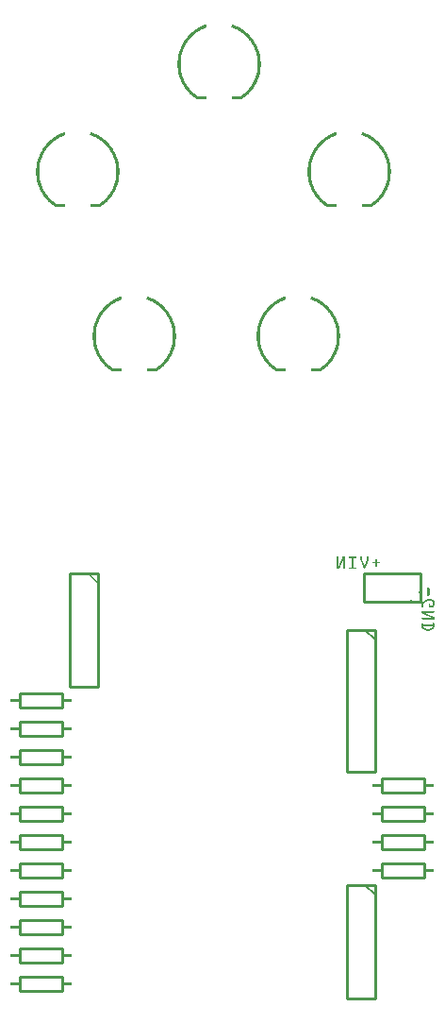
<source format=gbo>
G04 MADE WITH FRITZING*
G04 WWW.FRITZING.ORG*
G04 DOUBLE SIDED*
G04 HOLES PLATED*
G04 CONTOUR ON CENTER OF CONTOUR VECTOR*
%ASAXBY*%
%FSLAX23Y23*%
%MOIN*%
%OFA0B0*%
%SFA1.0B1.0*%
%ADD10C,0.010000*%
%ADD11C,0.005000*%
%ADD12R,0.001000X0.001000*%
%LNSILK0*%
G90*
G70*
G54D10*
X1953Y1619D02*
X1953Y1119D01*
D02*
X1953Y1119D02*
X1853Y1119D01*
D02*
X1853Y1119D02*
X1853Y1619D01*
D02*
X1853Y1619D02*
X1953Y1619D01*
G54D11*
D02*
X1953Y1584D02*
X1918Y1619D01*
G54D10*
D02*
X973Y1819D02*
X973Y1419D01*
D02*
X973Y1419D02*
X873Y1419D01*
D02*
X873Y1419D02*
X873Y1819D01*
D02*
X873Y1819D02*
X973Y1819D01*
D02*
X1953Y719D02*
X1953Y319D01*
D02*
X1953Y319D02*
X1853Y319D01*
D02*
X1853Y319D02*
X1853Y719D01*
D02*
X1853Y719D02*
X1953Y719D01*
G54D11*
D02*
X1953Y684D02*
X1918Y719D01*
G54D10*
D02*
X2113Y1719D02*
X1913Y1719D01*
D02*
X1913Y1719D02*
X1913Y1819D01*
D02*
X1913Y1819D02*
X2113Y1819D01*
D02*
X2113Y1819D02*
X2113Y1719D01*
D02*
X697Y444D02*
X847Y444D01*
D02*
X847Y444D02*
X847Y494D01*
D02*
X847Y494D02*
X697Y494D01*
D02*
X697Y494D02*
X697Y444D01*
D02*
X697Y344D02*
X847Y344D01*
D02*
X847Y344D02*
X847Y394D01*
D02*
X847Y394D02*
X697Y394D01*
D02*
X697Y394D02*
X697Y344D01*
D02*
X2128Y793D02*
X1978Y793D01*
D02*
X1978Y793D02*
X1978Y743D01*
D02*
X1978Y743D02*
X2128Y743D01*
D02*
X2128Y743D02*
X2128Y793D01*
D02*
X697Y544D02*
X847Y544D01*
D02*
X847Y544D02*
X847Y594D01*
D02*
X847Y594D02*
X697Y594D01*
D02*
X697Y594D02*
X697Y544D01*
D02*
X697Y644D02*
X847Y644D01*
D02*
X847Y644D02*
X847Y694D01*
D02*
X847Y694D02*
X697Y694D01*
D02*
X697Y694D02*
X697Y644D01*
D02*
X697Y744D02*
X847Y744D01*
D02*
X847Y744D02*
X847Y794D01*
D02*
X847Y794D02*
X697Y794D01*
D02*
X697Y794D02*
X697Y744D01*
D02*
X697Y844D02*
X847Y844D01*
D02*
X847Y844D02*
X847Y894D01*
D02*
X847Y894D02*
X697Y894D01*
D02*
X697Y894D02*
X697Y844D01*
D02*
X697Y944D02*
X847Y944D01*
D02*
X847Y944D02*
X847Y994D01*
D02*
X847Y994D02*
X697Y994D01*
D02*
X697Y994D02*
X697Y944D01*
D02*
X697Y1044D02*
X847Y1044D01*
D02*
X847Y1044D02*
X847Y1094D01*
D02*
X847Y1094D02*
X697Y1094D01*
D02*
X697Y1094D02*
X697Y1044D01*
D02*
X2128Y893D02*
X1978Y893D01*
D02*
X1978Y893D02*
X1978Y843D01*
D02*
X1978Y843D02*
X2128Y843D01*
D02*
X2128Y843D02*
X2128Y893D01*
D02*
X2128Y993D02*
X1978Y993D01*
D02*
X1978Y993D02*
X1978Y943D01*
D02*
X1978Y943D02*
X2128Y943D01*
D02*
X2128Y943D02*
X2128Y993D01*
D02*
X2128Y1093D02*
X1978Y1093D01*
D02*
X1978Y1093D02*
X1978Y1043D01*
D02*
X1978Y1043D02*
X2128Y1043D01*
D02*
X2128Y1043D02*
X2128Y1093D01*
D02*
X697Y1344D02*
X847Y1344D01*
D02*
X847Y1344D02*
X847Y1394D01*
D02*
X847Y1394D02*
X697Y1394D01*
D02*
X697Y1394D02*
X697Y1344D01*
D02*
X697Y1244D02*
X847Y1244D01*
D02*
X847Y1244D02*
X847Y1294D01*
D02*
X847Y1294D02*
X697Y1294D01*
D02*
X697Y1294D02*
X697Y1244D01*
D02*
X697Y1144D02*
X847Y1144D01*
D02*
X847Y1144D02*
X847Y1194D01*
D02*
X847Y1194D02*
X697Y1194D01*
D02*
X697Y1194D02*
X697Y1144D01*
G54D12*
X1355Y3755D02*
X1355Y3755D01*
X1448Y3755D02*
X1449Y3755D01*
X1352Y3754D02*
X1356Y3754D01*
X1448Y3754D02*
X1451Y3754D01*
X1349Y3753D02*
X1356Y3753D01*
X1448Y3753D02*
X1454Y3753D01*
X1347Y3752D02*
X1356Y3752D01*
X1447Y3752D02*
X1457Y3752D01*
X1345Y3751D02*
X1357Y3751D01*
X1447Y3751D02*
X1459Y3751D01*
X1342Y3750D02*
X1357Y3750D01*
X1447Y3750D02*
X1461Y3750D01*
X1340Y3749D02*
X1357Y3749D01*
X1446Y3749D02*
X1463Y3749D01*
X1338Y3748D02*
X1358Y3748D01*
X1446Y3748D02*
X1466Y3748D01*
X1336Y3747D02*
X1358Y3747D01*
X1446Y3747D02*
X1468Y3747D01*
X1334Y3746D02*
X1358Y3746D01*
X1445Y3746D02*
X1470Y3746D01*
X1332Y3745D02*
X1358Y3745D01*
X1445Y3745D02*
X1471Y3745D01*
X1330Y3744D02*
X1356Y3744D01*
X1447Y3744D02*
X1473Y3744D01*
X1329Y3743D02*
X1353Y3743D01*
X1450Y3743D02*
X1475Y3743D01*
X1327Y3742D02*
X1351Y3742D01*
X1453Y3742D02*
X1477Y3742D01*
X1325Y3741D02*
X1348Y3741D01*
X1455Y3741D02*
X1478Y3741D01*
X1324Y3740D02*
X1346Y3740D01*
X1458Y3740D02*
X1480Y3740D01*
X1322Y3739D02*
X1344Y3739D01*
X1460Y3739D02*
X1481Y3739D01*
X1321Y3738D02*
X1342Y3738D01*
X1462Y3738D02*
X1483Y3738D01*
X1319Y3737D02*
X1340Y3737D01*
X1464Y3737D02*
X1484Y3737D01*
X1318Y3736D02*
X1338Y3736D01*
X1466Y3736D02*
X1486Y3736D01*
X1316Y3735D02*
X1336Y3735D01*
X1468Y3735D02*
X1487Y3735D01*
X1315Y3734D02*
X1334Y3734D01*
X1470Y3734D02*
X1489Y3734D01*
X1314Y3733D02*
X1332Y3733D01*
X1471Y3733D02*
X1490Y3733D01*
X1312Y3732D02*
X1331Y3732D01*
X1473Y3732D02*
X1491Y3732D01*
X1311Y3731D02*
X1329Y3731D01*
X1475Y3731D02*
X1492Y3731D01*
X1310Y3730D02*
X1327Y3730D01*
X1476Y3730D02*
X1494Y3730D01*
X1309Y3729D02*
X1326Y3729D01*
X1478Y3729D02*
X1495Y3729D01*
X1307Y3728D02*
X1324Y3728D01*
X1479Y3728D02*
X1496Y3728D01*
X1306Y3727D02*
X1323Y3727D01*
X1481Y3727D02*
X1497Y3727D01*
X1305Y3726D02*
X1321Y3726D01*
X1482Y3726D02*
X1498Y3726D01*
X1304Y3725D02*
X1320Y3725D01*
X1484Y3725D02*
X1500Y3725D01*
X1303Y3724D02*
X1319Y3724D01*
X1485Y3724D02*
X1501Y3724D01*
X1302Y3723D02*
X1317Y3723D01*
X1486Y3723D02*
X1502Y3723D01*
X1301Y3722D02*
X1316Y3722D01*
X1487Y3722D02*
X1503Y3722D01*
X1300Y3721D02*
X1315Y3721D01*
X1489Y3721D02*
X1504Y3721D01*
X1299Y3720D02*
X1314Y3720D01*
X1490Y3720D02*
X1505Y3720D01*
X1298Y3719D02*
X1312Y3719D01*
X1491Y3719D02*
X1506Y3719D01*
X1297Y3718D02*
X1311Y3718D01*
X1492Y3718D02*
X1507Y3718D01*
X1296Y3717D02*
X1310Y3717D01*
X1493Y3717D02*
X1508Y3717D01*
X1295Y3716D02*
X1309Y3716D01*
X1495Y3716D02*
X1509Y3716D01*
X1294Y3715D02*
X1308Y3715D01*
X1496Y3715D02*
X1510Y3715D01*
X1293Y3714D02*
X1307Y3714D01*
X1497Y3714D02*
X1511Y3714D01*
X1292Y3713D02*
X1306Y3713D01*
X1498Y3713D02*
X1511Y3713D01*
X1291Y3712D02*
X1305Y3712D01*
X1499Y3712D02*
X1512Y3712D01*
X1290Y3711D02*
X1304Y3711D01*
X1500Y3711D02*
X1513Y3711D01*
X1290Y3710D02*
X1303Y3710D01*
X1501Y3710D02*
X1514Y3710D01*
X1289Y3709D02*
X1302Y3709D01*
X1502Y3709D02*
X1515Y3709D01*
X1288Y3708D02*
X1301Y3708D01*
X1503Y3708D02*
X1516Y3708D01*
X1287Y3707D02*
X1300Y3707D01*
X1504Y3707D02*
X1516Y3707D01*
X1286Y3706D02*
X1299Y3706D01*
X1504Y3706D02*
X1517Y3706D01*
X1286Y3705D02*
X1298Y3705D01*
X1505Y3705D02*
X1518Y3705D01*
X1285Y3704D02*
X1297Y3704D01*
X1506Y3704D02*
X1519Y3704D01*
X1284Y3703D02*
X1297Y3703D01*
X1507Y3703D02*
X1520Y3703D01*
X1283Y3702D02*
X1296Y3702D01*
X1508Y3702D02*
X1520Y3702D01*
X1283Y3701D02*
X1295Y3701D01*
X1509Y3701D02*
X1521Y3701D01*
X1282Y3700D02*
X1294Y3700D01*
X1509Y3700D02*
X1522Y3700D01*
X1281Y3699D02*
X1293Y3699D01*
X1510Y3699D02*
X1522Y3699D01*
X1281Y3698D02*
X1293Y3698D01*
X1511Y3698D02*
X1523Y3698D01*
X1280Y3697D02*
X1292Y3697D01*
X1512Y3697D02*
X1524Y3697D01*
X1279Y3696D02*
X1291Y3696D01*
X1513Y3696D02*
X1524Y3696D01*
X1279Y3695D02*
X1290Y3695D01*
X1513Y3695D02*
X1525Y3695D01*
X1278Y3694D02*
X1290Y3694D01*
X1514Y3694D02*
X1526Y3694D01*
X1277Y3693D02*
X1289Y3693D01*
X1515Y3693D02*
X1526Y3693D01*
X1277Y3692D02*
X1288Y3692D01*
X1515Y3692D02*
X1527Y3692D01*
X1276Y3691D02*
X1288Y3691D01*
X1516Y3691D02*
X1528Y3691D01*
X1275Y3690D02*
X1287Y3690D01*
X1517Y3690D02*
X1528Y3690D01*
X1275Y3689D02*
X1286Y3689D01*
X1517Y3689D02*
X1529Y3689D01*
X1274Y3688D02*
X1286Y3688D01*
X1518Y3688D02*
X1529Y3688D01*
X1274Y3687D02*
X1285Y3687D01*
X1519Y3687D02*
X1530Y3687D01*
X1273Y3686D02*
X1284Y3686D01*
X1519Y3686D02*
X1530Y3686D01*
X1273Y3685D02*
X1284Y3685D01*
X1520Y3685D02*
X1531Y3685D01*
X1272Y3684D02*
X1283Y3684D01*
X1520Y3684D02*
X1532Y3684D01*
X1272Y3683D02*
X1283Y3683D01*
X1521Y3683D02*
X1532Y3683D01*
X1271Y3682D02*
X1282Y3682D01*
X1522Y3682D02*
X1533Y3682D01*
X1270Y3681D02*
X1282Y3681D01*
X1522Y3681D02*
X1533Y3681D01*
X1270Y3680D02*
X1281Y3680D01*
X1523Y3680D02*
X1534Y3680D01*
X1270Y3679D02*
X1280Y3679D01*
X1523Y3679D02*
X1534Y3679D01*
X1269Y3678D02*
X1280Y3678D01*
X1524Y3678D02*
X1535Y3678D01*
X1269Y3677D02*
X1279Y3677D01*
X1524Y3677D02*
X1535Y3677D01*
X1268Y3676D02*
X1279Y3676D01*
X1525Y3676D02*
X1535Y3676D01*
X1268Y3675D02*
X1278Y3675D01*
X1525Y3675D02*
X1536Y3675D01*
X1267Y3674D02*
X1278Y3674D01*
X1526Y3674D02*
X1536Y3674D01*
X1267Y3673D02*
X1277Y3673D01*
X1526Y3673D02*
X1537Y3673D01*
X1266Y3672D02*
X1277Y3672D01*
X1527Y3672D02*
X1537Y3672D01*
X1266Y3671D02*
X1277Y3671D01*
X1527Y3671D02*
X1538Y3671D01*
X1266Y3670D02*
X1276Y3670D01*
X1527Y3670D02*
X1538Y3670D01*
X1265Y3669D02*
X1276Y3669D01*
X1528Y3669D02*
X1538Y3669D01*
X1265Y3668D02*
X1275Y3668D01*
X1528Y3668D02*
X1539Y3668D01*
X1264Y3667D02*
X1275Y3667D01*
X1529Y3667D02*
X1539Y3667D01*
X1264Y3666D02*
X1274Y3666D01*
X1529Y3666D02*
X1540Y3666D01*
X1264Y3665D02*
X1274Y3665D01*
X1529Y3665D02*
X1540Y3665D01*
X1263Y3664D02*
X1274Y3664D01*
X1530Y3664D02*
X1540Y3664D01*
X1263Y3663D02*
X1273Y3663D01*
X1530Y3663D02*
X1541Y3663D01*
X1263Y3662D02*
X1273Y3662D01*
X1531Y3662D02*
X1541Y3662D01*
X1262Y3661D02*
X1273Y3661D01*
X1531Y3661D02*
X1541Y3661D01*
X1262Y3660D02*
X1272Y3660D01*
X1531Y3660D02*
X1542Y3660D01*
X1262Y3659D02*
X1272Y3659D01*
X1532Y3659D02*
X1542Y3659D01*
X1261Y3658D02*
X1272Y3658D01*
X1532Y3658D02*
X1542Y3658D01*
X1261Y3657D02*
X1271Y3657D01*
X1532Y3657D02*
X1543Y3657D01*
X1261Y3656D02*
X1271Y3656D01*
X1533Y3656D02*
X1543Y3656D01*
X1260Y3655D02*
X1271Y3655D01*
X1533Y3655D02*
X1543Y3655D01*
X1260Y3654D02*
X1270Y3654D01*
X1533Y3654D02*
X1544Y3654D01*
X1260Y3653D02*
X1270Y3653D01*
X1534Y3653D02*
X1544Y3653D01*
X1260Y3652D02*
X1270Y3652D01*
X1534Y3652D02*
X1544Y3652D01*
X1259Y3651D02*
X1270Y3651D01*
X1534Y3651D02*
X1544Y3651D01*
X1259Y3650D02*
X1269Y3650D01*
X1534Y3650D02*
X1545Y3650D01*
X1259Y3649D02*
X1269Y3649D01*
X1535Y3649D02*
X1545Y3649D01*
X1259Y3648D02*
X1269Y3648D01*
X1535Y3648D02*
X1545Y3648D01*
X1258Y3647D02*
X1269Y3647D01*
X1535Y3647D02*
X1545Y3647D01*
X1258Y3646D02*
X1268Y3646D01*
X1535Y3646D02*
X1546Y3646D01*
X1258Y3645D02*
X1268Y3645D01*
X1536Y3645D02*
X1546Y3645D01*
X1258Y3644D02*
X1268Y3644D01*
X1536Y3644D02*
X1546Y3644D01*
X1257Y3643D02*
X1268Y3643D01*
X1536Y3643D02*
X1546Y3643D01*
X1257Y3642D02*
X1267Y3642D01*
X1536Y3642D02*
X1546Y3642D01*
X1257Y3641D02*
X1267Y3641D01*
X1536Y3641D02*
X1546Y3641D01*
X1257Y3640D02*
X1267Y3640D01*
X1537Y3640D02*
X1547Y3640D01*
X1257Y3639D02*
X1267Y3639D01*
X1537Y3639D02*
X1547Y3639D01*
X1257Y3638D02*
X1267Y3638D01*
X1537Y3638D02*
X1547Y3638D01*
X1256Y3637D02*
X1267Y3637D01*
X1537Y3637D02*
X1547Y3637D01*
X1256Y3636D02*
X1266Y3636D01*
X1537Y3636D02*
X1547Y3636D01*
X1256Y3635D02*
X1266Y3635D01*
X1537Y3635D02*
X1547Y3635D01*
X1256Y3634D02*
X1266Y3634D01*
X1537Y3634D02*
X1548Y3634D01*
X1256Y3633D02*
X1266Y3633D01*
X1538Y3633D02*
X1548Y3633D01*
X1256Y3632D02*
X1266Y3632D01*
X1538Y3632D02*
X1548Y3632D01*
X1256Y3631D02*
X1266Y3631D01*
X1538Y3631D02*
X1548Y3631D01*
X1256Y3630D02*
X1266Y3630D01*
X1538Y3630D02*
X1548Y3630D01*
X1255Y3629D02*
X1266Y3629D01*
X1538Y3629D02*
X1548Y3629D01*
X1255Y3628D02*
X1265Y3628D01*
X1538Y3628D02*
X1548Y3628D01*
X1255Y3627D02*
X1265Y3627D01*
X1538Y3627D02*
X1548Y3627D01*
X1255Y3626D02*
X1265Y3626D01*
X1538Y3626D02*
X1548Y3626D01*
X1255Y3625D02*
X1265Y3625D01*
X1538Y3625D02*
X1548Y3625D01*
X1255Y3624D02*
X1265Y3624D01*
X1538Y3624D02*
X1549Y3624D01*
X1255Y3623D02*
X1265Y3623D01*
X1539Y3623D02*
X1549Y3623D01*
X1255Y3622D02*
X1265Y3622D01*
X1539Y3622D02*
X1549Y3622D01*
X1255Y3621D02*
X1265Y3621D01*
X1539Y3621D02*
X1549Y3621D01*
X1255Y3620D02*
X1265Y3620D01*
X1539Y3620D02*
X1549Y3620D01*
X1255Y3619D02*
X1265Y3619D01*
X1539Y3619D02*
X1549Y3619D01*
X1255Y3618D02*
X1265Y3618D01*
X1539Y3618D02*
X1549Y3618D01*
X1255Y3617D02*
X1265Y3617D01*
X1539Y3617D02*
X1549Y3617D01*
X1255Y3616D02*
X1265Y3616D01*
X1539Y3616D02*
X1549Y3616D01*
X1255Y3615D02*
X1265Y3615D01*
X1539Y3615D02*
X1549Y3615D01*
X1255Y3614D02*
X1265Y3614D01*
X1539Y3614D02*
X1549Y3614D01*
X1255Y3613D02*
X1265Y3613D01*
X1539Y3613D02*
X1549Y3613D01*
X1255Y3612D02*
X1265Y3612D01*
X1539Y3612D02*
X1549Y3612D01*
X1255Y3611D02*
X1265Y3611D01*
X1539Y3611D02*
X1549Y3611D01*
X1255Y3610D02*
X1265Y3610D01*
X1539Y3610D02*
X1549Y3610D01*
X1255Y3609D02*
X1265Y3609D01*
X1539Y3609D02*
X1549Y3609D01*
X1255Y3608D02*
X1265Y3608D01*
X1539Y3608D02*
X1549Y3608D01*
X1255Y3607D02*
X1265Y3607D01*
X1539Y3607D02*
X1549Y3607D01*
X1255Y3606D02*
X1265Y3606D01*
X1538Y3606D02*
X1549Y3606D01*
X1255Y3605D02*
X1265Y3605D01*
X1538Y3605D02*
X1548Y3605D01*
X1255Y3604D02*
X1265Y3604D01*
X1538Y3604D02*
X1548Y3604D01*
X1255Y3603D02*
X1265Y3603D01*
X1538Y3603D02*
X1548Y3603D01*
X1255Y3602D02*
X1265Y3602D01*
X1538Y3602D02*
X1548Y3602D01*
X1255Y3601D02*
X1266Y3601D01*
X1538Y3601D02*
X1548Y3601D01*
X1256Y3600D02*
X1266Y3600D01*
X1538Y3600D02*
X1548Y3600D01*
X1256Y3599D02*
X1266Y3599D01*
X1538Y3599D02*
X1548Y3599D01*
X1256Y3598D02*
X1266Y3598D01*
X1538Y3598D02*
X1548Y3598D01*
X1256Y3597D02*
X1266Y3597D01*
X1538Y3597D02*
X1548Y3597D01*
X1256Y3596D02*
X1266Y3596D01*
X1537Y3596D02*
X1548Y3596D01*
X1256Y3595D02*
X1266Y3595D01*
X1537Y3595D02*
X1547Y3595D01*
X1256Y3594D02*
X1266Y3594D01*
X1537Y3594D02*
X1547Y3594D01*
X1256Y3593D02*
X1267Y3593D01*
X1537Y3593D02*
X1547Y3593D01*
X1257Y3592D02*
X1267Y3592D01*
X1537Y3592D02*
X1547Y3592D01*
X1257Y3591D02*
X1267Y3591D01*
X1537Y3591D02*
X1547Y3591D01*
X1257Y3590D02*
X1267Y3590D01*
X1536Y3590D02*
X1547Y3590D01*
X1257Y3589D02*
X1267Y3589D01*
X1536Y3589D02*
X1546Y3589D01*
X1257Y3588D02*
X1268Y3588D01*
X1536Y3588D02*
X1546Y3588D01*
X1258Y3587D02*
X1268Y3587D01*
X1536Y3587D02*
X1546Y3587D01*
X1258Y3586D02*
X1268Y3586D01*
X1536Y3586D02*
X1546Y3586D01*
X1258Y3585D02*
X1268Y3585D01*
X1535Y3585D02*
X1546Y3585D01*
X1258Y3584D02*
X1268Y3584D01*
X1535Y3584D02*
X1545Y3584D01*
X1258Y3583D02*
X1269Y3583D01*
X1535Y3583D02*
X1545Y3583D01*
X1259Y3582D02*
X1269Y3582D01*
X1535Y3582D02*
X1545Y3582D01*
X1259Y3581D02*
X1269Y3581D01*
X1535Y3581D02*
X1545Y3581D01*
X1259Y3580D02*
X1269Y3580D01*
X1534Y3580D02*
X1545Y3580D01*
X1259Y3579D02*
X1270Y3579D01*
X1534Y3579D02*
X1544Y3579D01*
X1260Y3578D02*
X1270Y3578D01*
X1534Y3578D02*
X1544Y3578D01*
X1260Y3577D02*
X1270Y3577D01*
X1533Y3577D02*
X1544Y3577D01*
X1260Y3576D02*
X1270Y3576D01*
X1533Y3576D02*
X1544Y3576D01*
X1260Y3575D02*
X1271Y3575D01*
X1533Y3575D02*
X1543Y3575D01*
X1261Y3574D02*
X1271Y3574D01*
X1533Y3574D02*
X1543Y3574D01*
X1261Y3573D02*
X1271Y3573D01*
X1532Y3573D02*
X1543Y3573D01*
X1261Y3572D02*
X1272Y3572D01*
X1532Y3572D02*
X1542Y3572D01*
X1262Y3571D02*
X1272Y3571D01*
X1532Y3571D02*
X1542Y3571D01*
X1262Y3570D02*
X1272Y3570D01*
X1531Y3570D02*
X1542Y3570D01*
X1262Y3569D02*
X1273Y3569D01*
X1531Y3569D02*
X1541Y3569D01*
X1263Y3568D02*
X1273Y3568D01*
X1531Y3568D02*
X1541Y3568D01*
X1263Y3567D02*
X1274Y3567D01*
X1530Y3567D02*
X1541Y3567D01*
X1263Y3566D02*
X1274Y3566D01*
X1530Y3566D02*
X1540Y3566D01*
X1264Y3565D02*
X1274Y3565D01*
X1529Y3565D02*
X1540Y3565D01*
X1264Y3564D02*
X1275Y3564D01*
X1529Y3564D02*
X1540Y3564D01*
X1264Y3563D02*
X1275Y3563D01*
X1529Y3563D02*
X1539Y3563D01*
X1265Y3562D02*
X1276Y3562D01*
X1528Y3562D02*
X1539Y3562D01*
X1265Y3561D02*
X1276Y3561D01*
X1528Y3561D02*
X1538Y3561D01*
X1266Y3560D02*
X1276Y3560D01*
X1527Y3560D02*
X1538Y3560D01*
X1266Y3559D02*
X1277Y3559D01*
X1527Y3559D02*
X1538Y3559D01*
X1266Y3558D02*
X1277Y3558D01*
X1526Y3558D02*
X1537Y3558D01*
X1267Y3557D02*
X1278Y3557D01*
X1526Y3557D02*
X1537Y3557D01*
X1267Y3556D02*
X1278Y3556D01*
X1525Y3556D02*
X1536Y3556D01*
X1268Y3555D02*
X1279Y3555D01*
X1525Y3555D02*
X1536Y3555D01*
X1268Y3554D02*
X1279Y3554D01*
X1525Y3554D02*
X1535Y3554D01*
X1269Y3553D02*
X1280Y3553D01*
X1524Y3553D02*
X1535Y3553D01*
X1269Y3552D02*
X1280Y3552D01*
X1523Y3552D02*
X1535Y3552D01*
X1270Y3551D02*
X1281Y3551D01*
X1523Y3551D02*
X1534Y3551D01*
X1270Y3550D02*
X1281Y3550D01*
X1522Y3550D02*
X1534Y3550D01*
X1271Y3549D02*
X1282Y3549D01*
X1522Y3549D02*
X1533Y3549D01*
X1271Y3548D02*
X1282Y3548D01*
X1521Y3548D02*
X1533Y3548D01*
X1272Y3547D02*
X1283Y3547D01*
X1521Y3547D02*
X1532Y3547D01*
X1272Y3546D02*
X1284Y3546D01*
X1520Y3546D02*
X1532Y3546D01*
X1273Y3545D02*
X1284Y3545D01*
X1520Y3545D02*
X1531Y3545D01*
X1273Y3544D02*
X1285Y3544D01*
X1519Y3544D02*
X1530Y3544D01*
X1274Y3543D02*
X1285Y3543D01*
X1518Y3543D02*
X1530Y3543D01*
X1274Y3542D02*
X1286Y3542D01*
X1518Y3542D02*
X1529Y3542D01*
X1275Y3541D02*
X1287Y3541D01*
X1517Y3541D02*
X1529Y3541D01*
X1276Y3540D02*
X1287Y3540D01*
X1516Y3540D02*
X1528Y3540D01*
X1276Y3539D02*
X1288Y3539D01*
X1516Y3539D02*
X1528Y3539D01*
X1277Y3538D02*
X1289Y3538D01*
X1515Y3538D02*
X1527Y3538D01*
X1277Y3537D02*
X1289Y3537D01*
X1514Y3537D02*
X1526Y3537D01*
X1278Y3536D02*
X1290Y3536D01*
X1514Y3536D02*
X1526Y3536D01*
X1279Y3535D02*
X1291Y3535D01*
X1513Y3535D02*
X1525Y3535D01*
X1279Y3534D02*
X1292Y3534D01*
X1512Y3534D02*
X1524Y3534D01*
X1280Y3533D02*
X1292Y3533D01*
X1511Y3533D02*
X1524Y3533D01*
X1281Y3532D02*
X1293Y3532D01*
X1511Y3532D02*
X1523Y3532D01*
X1281Y3531D02*
X1294Y3531D01*
X1510Y3531D02*
X1522Y3531D01*
X1282Y3530D02*
X1295Y3530D01*
X1509Y3530D02*
X1522Y3530D01*
X1283Y3529D02*
X1296Y3529D01*
X1508Y3529D02*
X1521Y3529D01*
X1284Y3528D02*
X1296Y3528D01*
X1507Y3528D02*
X1520Y3528D01*
X1284Y3527D02*
X1297Y3527D01*
X1507Y3527D02*
X1520Y3527D01*
X1285Y3526D02*
X1298Y3526D01*
X1506Y3526D02*
X1519Y3526D01*
X1286Y3525D02*
X1299Y3525D01*
X1505Y3525D02*
X1518Y3525D01*
X1287Y3524D02*
X1300Y3524D01*
X1504Y3524D02*
X1517Y3524D01*
X1287Y3523D02*
X1301Y3523D01*
X1503Y3523D02*
X1516Y3523D01*
X1288Y3522D02*
X1302Y3522D01*
X1502Y3522D02*
X1516Y3522D01*
X1289Y3521D02*
X1303Y3521D01*
X1501Y3521D02*
X1515Y3521D01*
X1290Y3520D02*
X1304Y3520D01*
X1500Y3520D02*
X1514Y3520D01*
X1291Y3519D02*
X1305Y3519D01*
X1499Y3519D02*
X1513Y3519D01*
X1292Y3518D02*
X1306Y3518D01*
X1498Y3518D02*
X1512Y3518D01*
X1292Y3517D02*
X1307Y3517D01*
X1497Y3517D02*
X1511Y3517D01*
X1293Y3516D02*
X1308Y3516D01*
X1496Y3516D02*
X1510Y3516D01*
X1294Y3515D02*
X1309Y3515D01*
X1495Y3515D02*
X1510Y3515D01*
X1295Y3514D02*
X1310Y3514D01*
X1494Y3514D02*
X1509Y3514D01*
X1296Y3513D02*
X1311Y3513D01*
X1493Y3513D02*
X1508Y3513D01*
X1297Y3512D02*
X1312Y3512D01*
X1492Y3512D02*
X1507Y3512D01*
X1298Y3511D02*
X1313Y3511D01*
X1491Y3511D02*
X1506Y3511D01*
X1299Y3510D02*
X1315Y3510D01*
X1489Y3510D02*
X1505Y3510D01*
X1300Y3509D02*
X1316Y3509D01*
X1488Y3509D02*
X1504Y3509D01*
X1301Y3508D02*
X1317Y3508D01*
X1487Y3508D02*
X1503Y3508D01*
X1302Y3507D02*
X1318Y3507D01*
X1486Y3507D02*
X1502Y3507D01*
X1303Y3506D02*
X1320Y3506D01*
X1484Y3506D02*
X1501Y3506D01*
X1304Y3505D02*
X1321Y3505D01*
X1483Y3505D02*
X1499Y3505D01*
X1306Y3504D02*
X1322Y3504D01*
X1481Y3504D02*
X1498Y3504D01*
X1307Y3503D02*
X1324Y3503D01*
X1480Y3503D02*
X1497Y3503D01*
X1308Y3502D02*
X1357Y3502D01*
X1447Y3502D02*
X1496Y3502D01*
X1309Y3501D02*
X1357Y3501D01*
X1447Y3501D02*
X1495Y3501D01*
X1310Y3500D02*
X1357Y3500D01*
X1447Y3500D02*
X1494Y3500D01*
X1312Y3499D02*
X1357Y3499D01*
X1447Y3499D02*
X1492Y3499D01*
X1313Y3498D02*
X1357Y3498D01*
X1447Y3498D02*
X1491Y3498D01*
X1314Y3497D02*
X1357Y3497D01*
X1447Y3497D02*
X1490Y3497D01*
X1316Y3496D02*
X1357Y3496D01*
X1447Y3496D02*
X1488Y3496D01*
X1317Y3495D02*
X1357Y3495D01*
X1447Y3495D02*
X1487Y3495D01*
X1318Y3494D02*
X1357Y3494D01*
X1447Y3494D02*
X1486Y3494D01*
X1320Y3493D02*
X1357Y3493D01*
X1447Y3493D02*
X1484Y3493D01*
X1321Y3492D02*
X1357Y3492D01*
X1447Y3492D02*
X1483Y3492D01*
X855Y3375D02*
X855Y3375D01*
X949Y3375D02*
X949Y3375D01*
X1815Y3375D02*
X1815Y3375D01*
X1908Y3375D02*
X1909Y3375D01*
X852Y3374D02*
X856Y3374D01*
X948Y3374D02*
X952Y3374D01*
X1812Y3374D02*
X1815Y3374D01*
X1908Y3374D02*
X1911Y3374D01*
X850Y3373D02*
X856Y3373D01*
X948Y3373D02*
X954Y3373D01*
X1809Y3373D02*
X1816Y3373D01*
X1908Y3373D02*
X1914Y3373D01*
X847Y3372D02*
X856Y3372D01*
X947Y3372D02*
X957Y3372D01*
X1807Y3372D02*
X1816Y3372D01*
X1907Y3372D02*
X1917Y3372D01*
X845Y3371D02*
X857Y3371D01*
X947Y3371D02*
X959Y3371D01*
X1804Y3371D02*
X1816Y3371D01*
X1907Y3371D02*
X1919Y3371D01*
X842Y3370D02*
X857Y3370D01*
X947Y3370D02*
X961Y3370D01*
X1802Y3370D02*
X1817Y3370D01*
X1907Y3370D02*
X1921Y3370D01*
X840Y3369D02*
X857Y3369D01*
X946Y3369D02*
X964Y3369D01*
X1800Y3369D02*
X1817Y3369D01*
X1906Y3369D02*
X1923Y3369D01*
X838Y3368D02*
X858Y3368D01*
X946Y3368D02*
X966Y3368D01*
X1798Y3368D02*
X1817Y3368D01*
X1906Y3368D02*
X1926Y3368D01*
X836Y3367D02*
X858Y3367D01*
X946Y3367D02*
X968Y3367D01*
X1796Y3367D02*
X1818Y3367D01*
X1906Y3367D02*
X1928Y3367D01*
X834Y3366D02*
X858Y3366D01*
X945Y3366D02*
X970Y3366D01*
X1794Y3366D02*
X1818Y3366D01*
X1905Y3366D02*
X1929Y3366D01*
X832Y3365D02*
X858Y3365D01*
X945Y3365D02*
X972Y3365D01*
X1792Y3365D02*
X1818Y3365D01*
X1905Y3365D02*
X1931Y3365D01*
X830Y3364D02*
X856Y3364D01*
X948Y3364D02*
X973Y3364D01*
X1790Y3364D02*
X1816Y3364D01*
X1907Y3364D02*
X1933Y3364D01*
X829Y3363D02*
X853Y3363D01*
X950Y3363D02*
X975Y3363D01*
X1789Y3363D02*
X1813Y3363D01*
X1910Y3363D02*
X1935Y3363D01*
X827Y3362D02*
X851Y3362D01*
X953Y3362D02*
X977Y3362D01*
X1787Y3362D02*
X1811Y3362D01*
X1913Y3362D02*
X1937Y3362D01*
X825Y3361D02*
X848Y3361D01*
X955Y3361D02*
X978Y3361D01*
X1785Y3361D02*
X1808Y3361D01*
X1915Y3361D02*
X1938Y3361D01*
X824Y3360D02*
X846Y3360D01*
X958Y3360D02*
X980Y3360D01*
X1784Y3360D02*
X1806Y3360D01*
X1918Y3360D02*
X1940Y3360D01*
X822Y3359D02*
X844Y3359D01*
X960Y3359D02*
X982Y3359D01*
X1782Y3359D02*
X1804Y3359D01*
X1920Y3359D02*
X1941Y3359D01*
X821Y3358D02*
X842Y3358D01*
X962Y3358D02*
X983Y3358D01*
X1781Y3358D02*
X1802Y3358D01*
X1922Y3358D02*
X1943Y3358D01*
X819Y3357D02*
X840Y3357D01*
X964Y3357D02*
X984Y3357D01*
X1779Y3357D02*
X1800Y3357D01*
X1924Y3357D02*
X1944Y3357D01*
X818Y3356D02*
X838Y3356D01*
X966Y3356D02*
X986Y3356D01*
X1778Y3356D02*
X1798Y3356D01*
X1926Y3356D02*
X1946Y3356D01*
X816Y3355D02*
X836Y3355D01*
X968Y3355D02*
X987Y3355D01*
X1776Y3355D02*
X1796Y3355D01*
X1928Y3355D02*
X1947Y3355D01*
X815Y3354D02*
X834Y3354D01*
X970Y3354D02*
X989Y3354D01*
X1775Y3354D02*
X1794Y3354D01*
X1930Y3354D02*
X1948Y3354D01*
X814Y3353D02*
X832Y3353D01*
X971Y3353D02*
X990Y3353D01*
X1774Y3353D02*
X1792Y3353D01*
X1931Y3353D02*
X1950Y3353D01*
X812Y3352D02*
X831Y3352D01*
X973Y3352D02*
X991Y3352D01*
X1772Y3352D02*
X1790Y3352D01*
X1933Y3352D02*
X1951Y3352D01*
X811Y3351D02*
X829Y3351D01*
X975Y3351D02*
X993Y3351D01*
X1771Y3351D02*
X1789Y3351D01*
X1935Y3351D02*
X1952Y3351D01*
X810Y3350D02*
X827Y3350D01*
X976Y3350D02*
X994Y3350D01*
X1770Y3350D02*
X1787Y3350D01*
X1936Y3350D02*
X1954Y3350D01*
X809Y3349D02*
X826Y3349D01*
X978Y3349D02*
X995Y3349D01*
X1769Y3349D02*
X1786Y3349D01*
X1938Y3349D02*
X1955Y3349D01*
X808Y3348D02*
X824Y3348D01*
X979Y3348D02*
X996Y3348D01*
X1767Y3348D02*
X1784Y3348D01*
X1939Y3348D02*
X1956Y3348D01*
X806Y3347D02*
X823Y3347D01*
X981Y3347D02*
X997Y3347D01*
X1766Y3347D02*
X1783Y3347D01*
X1941Y3347D02*
X1957Y3347D01*
X805Y3346D02*
X822Y3346D01*
X982Y3346D02*
X999Y3346D01*
X1765Y3346D02*
X1781Y3346D01*
X1942Y3346D02*
X1958Y3346D01*
X804Y3345D02*
X820Y3345D01*
X984Y3345D02*
X1000Y3345D01*
X1764Y3345D02*
X1780Y3345D01*
X1943Y3345D02*
X1959Y3345D01*
X803Y3344D02*
X819Y3344D01*
X985Y3344D02*
X1001Y3344D01*
X1763Y3344D02*
X1779Y3344D01*
X1945Y3344D02*
X1961Y3344D01*
X802Y3343D02*
X817Y3343D01*
X986Y3343D02*
X1002Y3343D01*
X1762Y3343D02*
X1777Y3343D01*
X1946Y3343D02*
X1962Y3343D01*
X801Y3342D02*
X816Y3342D01*
X988Y3342D02*
X1003Y3342D01*
X1761Y3342D02*
X1776Y3342D01*
X1947Y3342D02*
X1963Y3342D01*
X800Y3341D02*
X815Y3341D01*
X989Y3341D02*
X1004Y3341D01*
X1760Y3341D02*
X1775Y3341D01*
X1949Y3341D02*
X1964Y3341D01*
X799Y3340D02*
X814Y3340D01*
X990Y3340D02*
X1005Y3340D01*
X1759Y3340D02*
X1774Y3340D01*
X1950Y3340D02*
X1965Y3340D01*
X798Y3339D02*
X813Y3339D01*
X991Y3339D02*
X1006Y3339D01*
X1758Y3339D02*
X1772Y3339D01*
X1951Y3339D02*
X1966Y3339D01*
X797Y3338D02*
X811Y3338D01*
X992Y3338D02*
X1007Y3338D01*
X1757Y3338D02*
X1771Y3338D01*
X1952Y3338D02*
X1967Y3338D01*
X796Y3337D02*
X810Y3337D01*
X994Y3337D02*
X1008Y3337D01*
X1756Y3337D02*
X1770Y3337D01*
X1953Y3337D02*
X1968Y3337D01*
X795Y3336D02*
X809Y3336D01*
X995Y3336D02*
X1009Y3336D01*
X1755Y3336D02*
X1769Y3336D01*
X1954Y3336D02*
X1969Y3336D01*
X794Y3335D02*
X808Y3335D01*
X996Y3335D02*
X1010Y3335D01*
X1754Y3335D02*
X1768Y3335D01*
X1956Y3335D02*
X1970Y3335D01*
X793Y3334D02*
X807Y3334D01*
X997Y3334D02*
X1011Y3334D01*
X1753Y3334D02*
X1767Y3334D01*
X1957Y3334D02*
X1970Y3334D01*
X792Y3333D02*
X806Y3333D01*
X998Y3333D02*
X1012Y3333D01*
X1752Y3333D02*
X1766Y3333D01*
X1958Y3333D02*
X1971Y3333D01*
X791Y3332D02*
X805Y3332D01*
X999Y3332D02*
X1012Y3332D01*
X1751Y3332D02*
X1765Y3332D01*
X1959Y3332D02*
X1972Y3332D01*
X791Y3331D02*
X804Y3331D01*
X1000Y3331D02*
X1013Y3331D01*
X1750Y3331D02*
X1764Y3331D01*
X1960Y3331D02*
X1973Y3331D01*
X790Y3330D02*
X803Y3330D01*
X1001Y3330D02*
X1014Y3330D01*
X1749Y3330D02*
X1763Y3330D01*
X1961Y3330D02*
X1974Y3330D01*
X789Y3329D02*
X802Y3329D01*
X1002Y3329D02*
X1015Y3329D01*
X1749Y3329D02*
X1762Y3329D01*
X1962Y3329D02*
X1975Y3329D01*
X788Y3328D02*
X801Y3328D01*
X1003Y3328D02*
X1016Y3328D01*
X1748Y3328D02*
X1761Y3328D01*
X1963Y3328D02*
X1976Y3328D01*
X787Y3327D02*
X800Y3327D01*
X1004Y3327D02*
X1017Y3327D01*
X1747Y3327D02*
X1760Y3327D01*
X1963Y3327D02*
X1976Y3327D01*
X786Y3326D02*
X799Y3326D01*
X1005Y3326D02*
X1017Y3326D01*
X1746Y3326D02*
X1759Y3326D01*
X1964Y3326D02*
X1977Y3326D01*
X786Y3325D02*
X798Y3325D01*
X1005Y3325D02*
X1018Y3325D01*
X1745Y3325D02*
X1758Y3325D01*
X1965Y3325D02*
X1978Y3325D01*
X785Y3324D02*
X797Y3324D01*
X1006Y3324D02*
X1019Y3324D01*
X1745Y3324D02*
X1757Y3324D01*
X1966Y3324D02*
X1979Y3324D01*
X784Y3323D02*
X797Y3323D01*
X1007Y3323D02*
X1020Y3323D01*
X1744Y3323D02*
X1756Y3323D01*
X1967Y3323D02*
X1979Y3323D01*
X783Y3322D02*
X796Y3322D01*
X1008Y3322D02*
X1020Y3322D01*
X1743Y3322D02*
X1756Y3322D01*
X1968Y3322D02*
X1980Y3322D01*
X783Y3321D02*
X795Y3321D01*
X1009Y3321D02*
X1021Y3321D01*
X1743Y3321D02*
X1755Y3321D01*
X1969Y3321D02*
X1981Y3321D01*
X782Y3320D02*
X794Y3320D01*
X1010Y3320D02*
X1022Y3320D01*
X1742Y3320D02*
X1754Y3320D01*
X1969Y3320D02*
X1982Y3320D01*
X781Y3319D02*
X793Y3319D01*
X1010Y3319D02*
X1022Y3319D01*
X1741Y3319D02*
X1753Y3319D01*
X1970Y3319D02*
X1982Y3319D01*
X781Y3318D02*
X793Y3318D01*
X1011Y3318D02*
X1023Y3318D01*
X1740Y3318D02*
X1752Y3318D01*
X1971Y3318D02*
X1983Y3318D01*
X780Y3317D02*
X792Y3317D01*
X1012Y3317D02*
X1024Y3317D01*
X1740Y3317D02*
X1752Y3317D01*
X1972Y3317D02*
X1984Y3317D01*
X779Y3316D02*
X791Y3316D01*
X1013Y3316D02*
X1025Y3316D01*
X1739Y3316D02*
X1751Y3316D01*
X1972Y3316D02*
X1984Y3316D01*
X779Y3315D02*
X790Y3315D01*
X1013Y3315D02*
X1025Y3315D01*
X1738Y3315D02*
X1750Y3315D01*
X1973Y3315D02*
X1985Y3315D01*
X778Y3314D02*
X790Y3314D01*
X1014Y3314D02*
X1026Y3314D01*
X1738Y3314D02*
X1750Y3314D01*
X1974Y3314D02*
X1986Y3314D01*
X777Y3313D02*
X789Y3313D01*
X1015Y3313D02*
X1026Y3313D01*
X1737Y3313D02*
X1749Y3313D01*
X1975Y3313D02*
X1986Y3313D01*
X777Y3312D02*
X788Y3312D01*
X1015Y3312D02*
X1027Y3312D01*
X1737Y3312D02*
X1748Y3312D01*
X1975Y3312D02*
X1987Y3312D01*
X776Y3311D02*
X788Y3311D01*
X1016Y3311D02*
X1028Y3311D01*
X1736Y3311D02*
X1747Y3311D01*
X1976Y3311D02*
X1987Y3311D01*
X776Y3310D02*
X787Y3310D01*
X1017Y3310D02*
X1028Y3310D01*
X1735Y3310D02*
X1747Y3310D01*
X1977Y3310D02*
X1988Y3310D01*
X775Y3309D02*
X786Y3309D01*
X1017Y3309D02*
X1029Y3309D01*
X1735Y3309D02*
X1746Y3309D01*
X1977Y3309D02*
X1989Y3309D01*
X774Y3308D02*
X786Y3308D01*
X1018Y3308D02*
X1029Y3308D01*
X1734Y3308D02*
X1746Y3308D01*
X1978Y3308D02*
X1989Y3308D01*
X774Y3307D02*
X785Y3307D01*
X1019Y3307D02*
X1030Y3307D01*
X1734Y3307D02*
X1745Y3307D01*
X1978Y3307D02*
X1990Y3307D01*
X773Y3306D02*
X784Y3306D01*
X1019Y3306D02*
X1031Y3306D01*
X1733Y3306D02*
X1744Y3306D01*
X1979Y3306D02*
X1990Y3306D01*
X773Y3305D02*
X784Y3305D01*
X1020Y3305D02*
X1031Y3305D01*
X1732Y3305D02*
X1744Y3305D01*
X1980Y3305D02*
X1991Y3305D01*
X772Y3304D02*
X783Y3304D01*
X1020Y3304D02*
X1032Y3304D01*
X1732Y3304D02*
X1743Y3304D01*
X1980Y3304D02*
X1991Y3304D01*
X772Y3303D02*
X783Y3303D01*
X1021Y3303D02*
X1032Y3303D01*
X1731Y3303D02*
X1743Y3303D01*
X1981Y3303D02*
X1992Y3303D01*
X771Y3302D02*
X782Y3302D01*
X1022Y3302D02*
X1033Y3302D01*
X1731Y3302D02*
X1742Y3302D01*
X1981Y3302D02*
X1992Y3302D01*
X771Y3301D02*
X782Y3301D01*
X1022Y3301D02*
X1033Y3301D01*
X1730Y3301D02*
X1741Y3301D01*
X1982Y3301D02*
X1993Y3301D01*
X770Y3300D02*
X781Y3300D01*
X1023Y3300D02*
X1034Y3300D01*
X1730Y3300D02*
X1741Y3300D01*
X1983Y3300D02*
X1994Y3300D01*
X770Y3299D02*
X781Y3299D01*
X1023Y3299D02*
X1034Y3299D01*
X1729Y3299D02*
X1740Y3299D01*
X1983Y3299D02*
X1994Y3299D01*
X769Y3298D02*
X780Y3298D01*
X1024Y3298D02*
X1035Y3298D01*
X1729Y3298D02*
X1740Y3298D01*
X1984Y3298D02*
X1994Y3298D01*
X769Y3297D02*
X780Y3297D01*
X1024Y3297D02*
X1035Y3297D01*
X1728Y3297D02*
X1739Y3297D01*
X1984Y3297D02*
X1995Y3297D01*
X768Y3296D02*
X779Y3296D01*
X1025Y3296D02*
X1036Y3296D01*
X1728Y3296D02*
X1739Y3296D01*
X1985Y3296D02*
X1995Y3296D01*
X768Y3295D02*
X779Y3295D01*
X1025Y3295D02*
X1036Y3295D01*
X1728Y3295D02*
X1738Y3295D01*
X1985Y3295D02*
X1996Y3295D01*
X767Y3294D02*
X778Y3294D01*
X1026Y3294D02*
X1036Y3294D01*
X1727Y3294D02*
X1738Y3294D01*
X1986Y3294D02*
X1996Y3294D01*
X767Y3293D02*
X778Y3293D01*
X1026Y3293D02*
X1037Y3293D01*
X1727Y3293D02*
X1737Y3293D01*
X1986Y3293D02*
X1997Y3293D01*
X766Y3292D02*
X777Y3292D01*
X1027Y3292D02*
X1037Y3292D01*
X1726Y3292D02*
X1737Y3292D01*
X1986Y3292D02*
X1997Y3292D01*
X766Y3291D02*
X777Y3291D01*
X1027Y3291D02*
X1038Y3291D01*
X1726Y3291D02*
X1736Y3291D01*
X1987Y3291D02*
X1998Y3291D01*
X766Y3290D02*
X776Y3290D01*
X1028Y3290D02*
X1038Y3290D01*
X1725Y3290D02*
X1736Y3290D01*
X1987Y3290D02*
X1998Y3290D01*
X765Y3289D02*
X776Y3289D01*
X1028Y3289D02*
X1039Y3289D01*
X1725Y3289D02*
X1736Y3289D01*
X1988Y3289D02*
X1998Y3289D01*
X765Y3288D02*
X775Y3288D01*
X1028Y3288D02*
X1039Y3288D01*
X1725Y3288D02*
X1735Y3288D01*
X1988Y3288D02*
X1999Y3288D01*
X764Y3287D02*
X775Y3287D01*
X1029Y3287D02*
X1039Y3287D01*
X1724Y3287D02*
X1735Y3287D01*
X1989Y3287D02*
X1999Y3287D01*
X764Y3286D02*
X775Y3286D01*
X1029Y3286D02*
X1040Y3286D01*
X1724Y3286D02*
X1734Y3286D01*
X1989Y3286D02*
X2000Y3286D01*
X764Y3285D02*
X774Y3285D01*
X1030Y3285D02*
X1040Y3285D01*
X1723Y3285D02*
X1734Y3285D01*
X1989Y3285D02*
X2000Y3285D01*
X763Y3284D02*
X774Y3284D01*
X1030Y3284D02*
X1040Y3284D01*
X1723Y3284D02*
X1734Y3284D01*
X1990Y3284D02*
X2000Y3284D01*
X763Y3283D02*
X773Y3283D01*
X1030Y3283D02*
X1041Y3283D01*
X1723Y3283D02*
X1733Y3283D01*
X1990Y3283D02*
X2001Y3283D01*
X763Y3282D02*
X773Y3282D01*
X1031Y3282D02*
X1041Y3282D01*
X1722Y3282D02*
X1733Y3282D01*
X1991Y3282D02*
X2001Y3282D01*
X762Y3281D02*
X773Y3281D01*
X1031Y3281D02*
X1042Y3281D01*
X1722Y3281D02*
X1733Y3281D01*
X1991Y3281D02*
X2001Y3281D01*
X762Y3280D02*
X772Y3280D01*
X1031Y3280D02*
X1042Y3280D01*
X1722Y3280D02*
X1732Y3280D01*
X1991Y3280D02*
X2002Y3280D01*
X762Y3279D02*
X772Y3279D01*
X1032Y3279D02*
X1042Y3279D01*
X1721Y3279D02*
X1732Y3279D01*
X1992Y3279D02*
X2002Y3279D01*
X761Y3278D02*
X772Y3278D01*
X1032Y3278D02*
X1042Y3278D01*
X1721Y3278D02*
X1731Y3278D01*
X1992Y3278D02*
X2002Y3278D01*
X761Y3277D02*
X771Y3277D01*
X1032Y3277D02*
X1043Y3277D01*
X1721Y3277D02*
X1731Y3277D01*
X1992Y3277D02*
X2003Y3277D01*
X761Y3276D02*
X771Y3276D01*
X1033Y3276D02*
X1043Y3276D01*
X1721Y3276D02*
X1731Y3276D01*
X1993Y3276D02*
X2003Y3276D01*
X760Y3275D02*
X771Y3275D01*
X1033Y3275D02*
X1043Y3275D01*
X1720Y3275D02*
X1731Y3275D01*
X1993Y3275D02*
X2003Y3275D01*
X760Y3274D02*
X770Y3274D01*
X1033Y3274D02*
X1044Y3274D01*
X1720Y3274D02*
X1730Y3274D01*
X1993Y3274D02*
X2003Y3274D01*
X760Y3273D02*
X770Y3273D01*
X1034Y3273D02*
X1044Y3273D01*
X1720Y3273D02*
X1730Y3273D01*
X1993Y3273D02*
X2004Y3273D01*
X760Y3272D02*
X770Y3272D01*
X1034Y3272D02*
X1044Y3272D01*
X1719Y3272D02*
X1730Y3272D01*
X1994Y3272D02*
X2004Y3272D01*
X759Y3271D02*
X770Y3271D01*
X1034Y3271D02*
X1044Y3271D01*
X1719Y3271D02*
X1729Y3271D01*
X1994Y3271D02*
X2004Y3271D01*
X759Y3270D02*
X769Y3270D01*
X1034Y3270D02*
X1045Y3270D01*
X1719Y3270D02*
X1729Y3270D01*
X1994Y3270D02*
X2004Y3270D01*
X759Y3269D02*
X769Y3269D01*
X1035Y3269D02*
X1045Y3269D01*
X1719Y3269D02*
X1729Y3269D01*
X1994Y3269D02*
X2005Y3269D01*
X759Y3268D02*
X769Y3268D01*
X1035Y3268D02*
X1045Y3268D01*
X1718Y3268D02*
X1729Y3268D01*
X1995Y3268D02*
X2005Y3268D01*
X758Y3267D02*
X769Y3267D01*
X1035Y3267D02*
X1045Y3267D01*
X1718Y3267D02*
X1728Y3267D01*
X1995Y3267D02*
X2005Y3267D01*
X758Y3266D02*
X768Y3266D01*
X1035Y3266D02*
X1046Y3266D01*
X1718Y3266D02*
X1728Y3266D01*
X1995Y3266D02*
X2005Y3266D01*
X758Y3265D02*
X768Y3265D01*
X1036Y3265D02*
X1046Y3265D01*
X1718Y3265D02*
X1728Y3265D01*
X1995Y3265D02*
X2006Y3265D01*
X758Y3264D02*
X768Y3264D01*
X1036Y3264D02*
X1046Y3264D01*
X1718Y3264D02*
X1728Y3264D01*
X1996Y3264D02*
X2006Y3264D01*
X758Y3263D02*
X768Y3263D01*
X1036Y3263D02*
X1046Y3263D01*
X1717Y3263D02*
X1728Y3263D01*
X1996Y3263D02*
X2006Y3263D01*
X757Y3262D02*
X768Y3262D01*
X1036Y3262D02*
X1046Y3262D01*
X1717Y3262D02*
X1727Y3262D01*
X1996Y3262D02*
X2006Y3262D01*
X757Y3261D02*
X767Y3261D01*
X1036Y3261D02*
X1047Y3261D01*
X1717Y3261D02*
X1727Y3261D01*
X1996Y3261D02*
X2006Y3261D01*
X757Y3260D02*
X767Y3260D01*
X1037Y3260D02*
X1047Y3260D01*
X1717Y3260D02*
X1727Y3260D01*
X1996Y3260D02*
X2007Y3260D01*
X757Y3259D02*
X767Y3259D01*
X1037Y3259D02*
X1047Y3259D01*
X1717Y3259D02*
X1727Y3259D01*
X1997Y3259D02*
X2007Y3259D01*
X757Y3258D02*
X767Y3258D01*
X1037Y3258D02*
X1047Y3258D01*
X1716Y3258D02*
X1727Y3258D01*
X1997Y3258D02*
X2007Y3258D01*
X757Y3257D02*
X767Y3257D01*
X1037Y3257D02*
X1047Y3257D01*
X1716Y3257D02*
X1726Y3257D01*
X1997Y3257D02*
X2007Y3257D01*
X756Y3256D02*
X767Y3256D01*
X1037Y3256D02*
X1047Y3256D01*
X1716Y3256D02*
X1726Y3256D01*
X1997Y3256D02*
X2007Y3256D01*
X756Y3255D02*
X766Y3255D01*
X1037Y3255D02*
X1048Y3255D01*
X1716Y3255D02*
X1726Y3255D01*
X1997Y3255D02*
X2007Y3255D01*
X756Y3254D02*
X766Y3254D01*
X1038Y3254D02*
X1048Y3254D01*
X1716Y3254D02*
X1726Y3254D01*
X1997Y3254D02*
X2008Y3254D01*
X756Y3253D02*
X766Y3253D01*
X1038Y3253D02*
X1048Y3253D01*
X1716Y3253D02*
X1726Y3253D01*
X1997Y3253D02*
X2008Y3253D01*
X756Y3252D02*
X766Y3252D01*
X1038Y3252D02*
X1048Y3252D01*
X1716Y3252D02*
X1726Y3252D01*
X1998Y3252D02*
X2008Y3252D01*
X756Y3251D02*
X766Y3251D01*
X1038Y3251D02*
X1048Y3251D01*
X1716Y3251D02*
X1726Y3251D01*
X1998Y3251D02*
X2008Y3251D01*
X756Y3250D02*
X766Y3250D01*
X1038Y3250D02*
X1048Y3250D01*
X1715Y3250D02*
X1726Y3250D01*
X1998Y3250D02*
X2008Y3250D01*
X756Y3249D02*
X766Y3249D01*
X1038Y3249D02*
X1048Y3249D01*
X1715Y3249D02*
X1725Y3249D01*
X1998Y3249D02*
X2008Y3249D01*
X755Y3248D02*
X766Y3248D01*
X1038Y3248D02*
X1048Y3248D01*
X1715Y3248D02*
X1725Y3248D01*
X1998Y3248D02*
X2008Y3248D01*
X755Y3247D02*
X765Y3247D01*
X1038Y3247D02*
X1048Y3247D01*
X1715Y3247D02*
X1725Y3247D01*
X1998Y3247D02*
X2008Y3247D01*
X755Y3246D02*
X765Y3246D01*
X1038Y3246D02*
X1049Y3246D01*
X1715Y3246D02*
X1725Y3246D01*
X1998Y3246D02*
X2008Y3246D01*
X755Y3245D02*
X765Y3245D01*
X1038Y3245D02*
X1049Y3245D01*
X1715Y3245D02*
X1725Y3245D01*
X1998Y3245D02*
X2008Y3245D01*
X755Y3244D02*
X765Y3244D01*
X1039Y3244D02*
X1049Y3244D01*
X1715Y3244D02*
X1725Y3244D01*
X1998Y3244D02*
X2008Y3244D01*
X755Y3243D02*
X765Y3243D01*
X1039Y3243D02*
X1049Y3243D01*
X1715Y3243D02*
X1725Y3243D01*
X1998Y3243D02*
X2009Y3243D01*
X755Y3242D02*
X765Y3242D01*
X1039Y3242D02*
X1049Y3242D01*
X1715Y3242D02*
X1725Y3242D01*
X1998Y3242D02*
X2009Y3242D01*
X755Y3241D02*
X765Y3241D01*
X1039Y3241D02*
X1049Y3241D01*
X1715Y3241D02*
X1725Y3241D01*
X1999Y3241D02*
X2009Y3241D01*
X755Y3240D02*
X765Y3240D01*
X1039Y3240D02*
X1049Y3240D01*
X1715Y3240D02*
X1725Y3240D01*
X1999Y3240D02*
X2009Y3240D01*
X755Y3239D02*
X765Y3239D01*
X1039Y3239D02*
X1049Y3239D01*
X1715Y3239D02*
X1725Y3239D01*
X1999Y3239D02*
X2009Y3239D01*
X755Y3238D02*
X765Y3238D01*
X1039Y3238D02*
X1049Y3238D01*
X1715Y3238D02*
X1725Y3238D01*
X1999Y3238D02*
X2009Y3238D01*
X755Y3237D02*
X765Y3237D01*
X1039Y3237D02*
X1049Y3237D01*
X1715Y3237D02*
X1725Y3237D01*
X1999Y3237D02*
X2009Y3237D01*
X755Y3236D02*
X765Y3236D01*
X1039Y3236D02*
X1049Y3236D01*
X1715Y3236D02*
X1725Y3236D01*
X1999Y3236D02*
X2009Y3236D01*
X755Y3235D02*
X765Y3235D01*
X1039Y3235D02*
X1049Y3235D01*
X1715Y3235D02*
X1725Y3235D01*
X1999Y3235D02*
X2009Y3235D01*
X755Y3234D02*
X765Y3234D01*
X1039Y3234D02*
X1049Y3234D01*
X1715Y3234D02*
X1725Y3234D01*
X1999Y3234D02*
X2009Y3234D01*
X755Y3233D02*
X765Y3233D01*
X1039Y3233D02*
X1049Y3233D01*
X1715Y3233D02*
X1725Y3233D01*
X1999Y3233D02*
X2009Y3233D01*
X755Y3232D02*
X765Y3232D01*
X1039Y3232D02*
X1049Y3232D01*
X1715Y3232D02*
X1725Y3232D01*
X1999Y3232D02*
X2009Y3232D01*
X755Y3231D02*
X765Y3231D01*
X1039Y3231D02*
X1049Y3231D01*
X1715Y3231D02*
X1725Y3231D01*
X1999Y3231D02*
X2009Y3231D01*
X755Y3230D02*
X765Y3230D01*
X1039Y3230D02*
X1049Y3230D01*
X1715Y3230D02*
X1725Y3230D01*
X1999Y3230D02*
X2009Y3230D01*
X755Y3229D02*
X765Y3229D01*
X1039Y3229D02*
X1049Y3229D01*
X1715Y3229D02*
X1725Y3229D01*
X1999Y3229D02*
X2009Y3229D01*
X755Y3228D02*
X765Y3228D01*
X1039Y3228D02*
X1049Y3228D01*
X1715Y3228D02*
X1725Y3228D01*
X1998Y3228D02*
X2009Y3228D01*
X755Y3227D02*
X765Y3227D01*
X1039Y3227D02*
X1049Y3227D01*
X1715Y3227D02*
X1725Y3227D01*
X1998Y3227D02*
X2009Y3227D01*
X755Y3226D02*
X765Y3226D01*
X1039Y3226D02*
X1049Y3226D01*
X1715Y3226D02*
X1725Y3226D01*
X1998Y3226D02*
X2008Y3226D01*
X755Y3225D02*
X765Y3225D01*
X1038Y3225D02*
X1049Y3225D01*
X1715Y3225D02*
X1725Y3225D01*
X1998Y3225D02*
X2008Y3225D01*
X755Y3224D02*
X765Y3224D01*
X1038Y3224D02*
X1049Y3224D01*
X1715Y3224D02*
X1725Y3224D01*
X1998Y3224D02*
X2008Y3224D01*
X755Y3223D02*
X765Y3223D01*
X1038Y3223D02*
X1048Y3223D01*
X1715Y3223D02*
X1725Y3223D01*
X1998Y3223D02*
X2008Y3223D01*
X755Y3222D02*
X766Y3222D01*
X1038Y3222D02*
X1048Y3222D01*
X1715Y3222D02*
X1725Y3222D01*
X1998Y3222D02*
X2008Y3222D01*
X756Y3221D02*
X766Y3221D01*
X1038Y3221D02*
X1048Y3221D01*
X1715Y3221D02*
X1725Y3221D01*
X1998Y3221D02*
X2008Y3221D01*
X756Y3220D02*
X766Y3220D01*
X1038Y3220D02*
X1048Y3220D01*
X1715Y3220D02*
X1726Y3220D01*
X1998Y3220D02*
X2008Y3220D01*
X756Y3219D02*
X766Y3219D01*
X1038Y3219D02*
X1048Y3219D01*
X1716Y3219D02*
X1726Y3219D01*
X1998Y3219D02*
X2008Y3219D01*
X756Y3218D02*
X766Y3218D01*
X1038Y3218D02*
X1048Y3218D01*
X1716Y3218D02*
X1726Y3218D01*
X1998Y3218D02*
X2008Y3218D01*
X756Y3217D02*
X766Y3217D01*
X1038Y3217D02*
X1048Y3217D01*
X1716Y3217D02*
X1726Y3217D01*
X1997Y3217D02*
X2008Y3217D01*
X756Y3216D02*
X766Y3216D01*
X1038Y3216D02*
X1048Y3216D01*
X1716Y3216D02*
X1726Y3216D01*
X1997Y3216D02*
X2007Y3216D01*
X756Y3215D02*
X766Y3215D01*
X1037Y3215D02*
X1048Y3215D01*
X1716Y3215D02*
X1726Y3215D01*
X1997Y3215D02*
X2007Y3215D01*
X756Y3214D02*
X767Y3214D01*
X1037Y3214D02*
X1047Y3214D01*
X1716Y3214D02*
X1726Y3214D01*
X1997Y3214D02*
X2007Y3214D01*
X757Y3213D02*
X767Y3213D01*
X1037Y3213D02*
X1047Y3213D01*
X1716Y3213D02*
X1727Y3213D01*
X1997Y3213D02*
X2007Y3213D01*
X757Y3212D02*
X767Y3212D01*
X1037Y3212D02*
X1047Y3212D01*
X1717Y3212D02*
X1727Y3212D01*
X1997Y3212D02*
X2007Y3212D01*
X757Y3211D02*
X767Y3211D01*
X1037Y3211D02*
X1047Y3211D01*
X1717Y3211D02*
X1727Y3211D01*
X1997Y3211D02*
X2007Y3211D01*
X757Y3210D02*
X767Y3210D01*
X1037Y3210D02*
X1047Y3210D01*
X1717Y3210D02*
X1727Y3210D01*
X1996Y3210D02*
X2007Y3210D01*
X757Y3209D02*
X767Y3209D01*
X1036Y3209D02*
X1047Y3209D01*
X1717Y3209D02*
X1727Y3209D01*
X1996Y3209D02*
X2006Y3209D01*
X757Y3208D02*
X768Y3208D01*
X1036Y3208D02*
X1046Y3208D01*
X1717Y3208D02*
X1727Y3208D01*
X1996Y3208D02*
X2006Y3208D01*
X758Y3207D02*
X768Y3207D01*
X1036Y3207D02*
X1046Y3207D01*
X1717Y3207D02*
X1728Y3207D01*
X1996Y3207D02*
X2006Y3207D01*
X758Y3206D02*
X768Y3206D01*
X1036Y3206D02*
X1046Y3206D01*
X1718Y3206D02*
X1728Y3206D01*
X1996Y3206D02*
X2006Y3206D01*
X758Y3205D02*
X768Y3205D01*
X1036Y3205D02*
X1046Y3205D01*
X1718Y3205D02*
X1728Y3205D01*
X1995Y3205D02*
X2006Y3205D01*
X758Y3204D02*
X768Y3204D01*
X1035Y3204D02*
X1046Y3204D01*
X1718Y3204D02*
X1728Y3204D01*
X1995Y3204D02*
X2005Y3204D01*
X758Y3203D02*
X769Y3203D01*
X1035Y3203D02*
X1045Y3203D01*
X1718Y3203D02*
X1729Y3203D01*
X1995Y3203D02*
X2005Y3203D01*
X759Y3202D02*
X769Y3202D01*
X1035Y3202D02*
X1045Y3202D01*
X1718Y3202D02*
X1729Y3202D01*
X1995Y3202D02*
X2005Y3202D01*
X759Y3201D02*
X769Y3201D01*
X1035Y3201D02*
X1045Y3201D01*
X1719Y3201D02*
X1729Y3201D01*
X1994Y3201D02*
X2005Y3201D01*
X759Y3200D02*
X769Y3200D01*
X1034Y3200D02*
X1045Y3200D01*
X1719Y3200D02*
X1729Y3200D01*
X1994Y3200D02*
X2004Y3200D01*
X759Y3199D02*
X770Y3199D01*
X1034Y3199D02*
X1044Y3199D01*
X1719Y3199D02*
X1730Y3199D01*
X1994Y3199D02*
X2004Y3199D01*
X760Y3198D02*
X770Y3198D01*
X1034Y3198D02*
X1044Y3198D01*
X1719Y3198D02*
X1730Y3198D01*
X1994Y3198D02*
X2004Y3198D01*
X760Y3197D02*
X770Y3197D01*
X1034Y3197D02*
X1044Y3197D01*
X1720Y3197D02*
X1730Y3197D01*
X1993Y3197D02*
X2004Y3197D01*
X760Y3196D02*
X771Y3196D01*
X1033Y3196D02*
X1044Y3196D01*
X1720Y3196D02*
X1730Y3196D01*
X1993Y3196D02*
X2003Y3196D01*
X761Y3195D02*
X771Y3195D01*
X1033Y3195D02*
X1043Y3195D01*
X1720Y3195D02*
X1731Y3195D01*
X1993Y3195D02*
X2003Y3195D01*
X761Y3194D02*
X771Y3194D01*
X1033Y3194D02*
X1043Y3194D01*
X1721Y3194D02*
X1731Y3194D01*
X1992Y3194D02*
X2003Y3194D01*
X761Y3193D02*
X772Y3193D01*
X1032Y3193D02*
X1043Y3193D01*
X1721Y3193D02*
X1731Y3193D01*
X1992Y3193D02*
X2003Y3193D01*
X761Y3192D02*
X772Y3192D01*
X1032Y3192D02*
X1042Y3192D01*
X1721Y3192D02*
X1732Y3192D01*
X1992Y3192D02*
X2002Y3192D01*
X762Y3191D02*
X772Y3191D01*
X1032Y3191D02*
X1042Y3191D01*
X1722Y3191D02*
X1732Y3191D01*
X1991Y3191D02*
X2002Y3191D01*
X762Y3190D02*
X773Y3190D01*
X1031Y3190D02*
X1042Y3190D01*
X1722Y3190D02*
X1732Y3190D01*
X1991Y3190D02*
X2002Y3190D01*
X762Y3189D02*
X773Y3189D01*
X1031Y3189D02*
X1041Y3189D01*
X1722Y3189D02*
X1733Y3189D01*
X1991Y3189D02*
X2001Y3189D01*
X763Y3188D02*
X773Y3188D01*
X1031Y3188D02*
X1041Y3188D01*
X1723Y3188D02*
X1733Y3188D01*
X1990Y3188D02*
X2001Y3188D01*
X763Y3187D02*
X774Y3187D01*
X1030Y3187D02*
X1041Y3187D01*
X1723Y3187D02*
X1733Y3187D01*
X1990Y3187D02*
X2001Y3187D01*
X763Y3186D02*
X774Y3186D01*
X1030Y3186D02*
X1040Y3186D01*
X1723Y3186D02*
X1734Y3186D01*
X1990Y3186D02*
X2000Y3186D01*
X764Y3185D02*
X774Y3185D01*
X1030Y3185D02*
X1040Y3185D01*
X1724Y3185D02*
X1734Y3185D01*
X1989Y3185D02*
X2000Y3185D01*
X764Y3184D02*
X775Y3184D01*
X1029Y3184D02*
X1040Y3184D01*
X1724Y3184D02*
X1735Y3184D01*
X1989Y3184D02*
X2000Y3184D01*
X765Y3183D02*
X775Y3183D01*
X1029Y3183D02*
X1039Y3183D01*
X1724Y3183D02*
X1735Y3183D01*
X1989Y3183D02*
X1999Y3183D01*
X765Y3182D02*
X776Y3182D01*
X1028Y3182D02*
X1039Y3182D01*
X1725Y3182D02*
X1735Y3182D01*
X1988Y3182D02*
X1999Y3182D01*
X765Y3181D02*
X776Y3181D01*
X1028Y3181D02*
X1039Y3181D01*
X1725Y3181D02*
X1736Y3181D01*
X1988Y3181D02*
X1998Y3181D01*
X766Y3180D02*
X776Y3180D01*
X1027Y3180D02*
X1038Y3180D01*
X1726Y3180D02*
X1736Y3180D01*
X1987Y3180D02*
X1998Y3180D01*
X766Y3179D02*
X777Y3179D01*
X1027Y3179D02*
X1038Y3179D01*
X1726Y3179D02*
X1737Y3179D01*
X1987Y3179D02*
X1998Y3179D01*
X767Y3178D02*
X777Y3178D01*
X1027Y3178D02*
X1037Y3178D01*
X1726Y3178D02*
X1737Y3178D01*
X1986Y3178D02*
X1997Y3178D01*
X767Y3177D02*
X778Y3177D01*
X1026Y3177D02*
X1037Y3177D01*
X1727Y3177D02*
X1738Y3177D01*
X1986Y3177D02*
X1997Y3177D01*
X767Y3176D02*
X778Y3176D01*
X1026Y3176D02*
X1036Y3176D01*
X1727Y3176D02*
X1738Y3176D01*
X1985Y3176D02*
X1996Y3176D01*
X768Y3175D02*
X779Y3175D01*
X1025Y3175D02*
X1036Y3175D01*
X1728Y3175D02*
X1739Y3175D01*
X1985Y3175D02*
X1996Y3175D01*
X768Y3174D02*
X779Y3174D01*
X1025Y3174D02*
X1036Y3174D01*
X1728Y3174D02*
X1739Y3174D01*
X1984Y3174D02*
X1995Y3174D01*
X769Y3173D02*
X780Y3173D01*
X1024Y3173D02*
X1035Y3173D01*
X1729Y3173D02*
X1740Y3173D01*
X1984Y3173D02*
X1995Y3173D01*
X769Y3172D02*
X780Y3172D01*
X1024Y3172D02*
X1035Y3172D01*
X1729Y3172D02*
X1740Y3172D01*
X1983Y3172D02*
X1994Y3172D01*
X770Y3171D02*
X781Y3171D01*
X1023Y3171D02*
X1034Y3171D01*
X1730Y3171D02*
X1741Y3171D01*
X1983Y3171D02*
X1994Y3171D01*
X770Y3170D02*
X781Y3170D01*
X1023Y3170D02*
X1034Y3170D01*
X1730Y3170D02*
X1741Y3170D01*
X1982Y3170D02*
X1993Y3170D01*
X771Y3169D02*
X782Y3169D01*
X1022Y3169D02*
X1033Y3169D01*
X1731Y3169D02*
X1742Y3169D01*
X1982Y3169D02*
X1993Y3169D01*
X771Y3168D02*
X783Y3168D01*
X1021Y3168D02*
X1033Y3168D01*
X1731Y3168D02*
X1742Y3168D01*
X1981Y3168D02*
X1992Y3168D01*
X772Y3167D02*
X783Y3167D01*
X1021Y3167D02*
X1032Y3167D01*
X1732Y3167D02*
X1743Y3167D01*
X1981Y3167D02*
X1992Y3167D01*
X772Y3166D02*
X784Y3166D01*
X1020Y3166D02*
X1032Y3166D01*
X1732Y3166D02*
X1744Y3166D01*
X1980Y3166D02*
X1991Y3166D01*
X773Y3165D02*
X784Y3165D01*
X1020Y3165D02*
X1031Y3165D01*
X1733Y3165D02*
X1744Y3165D01*
X1979Y3165D02*
X1991Y3165D01*
X773Y3164D02*
X785Y3164D01*
X1019Y3164D02*
X1031Y3164D01*
X1733Y3164D02*
X1745Y3164D01*
X1979Y3164D02*
X1990Y3164D01*
X774Y3163D02*
X786Y3163D01*
X1018Y3163D02*
X1030Y3163D01*
X1734Y3163D02*
X1745Y3163D01*
X1978Y3163D02*
X1990Y3163D01*
X775Y3162D02*
X786Y3162D01*
X1018Y3162D02*
X1029Y3162D01*
X1734Y3162D02*
X1746Y3162D01*
X1978Y3162D02*
X1989Y3162D01*
X775Y3161D02*
X787Y3161D01*
X1017Y3161D02*
X1029Y3161D01*
X1735Y3161D02*
X1747Y3161D01*
X1977Y3161D02*
X1989Y3161D01*
X776Y3160D02*
X787Y3160D01*
X1017Y3160D02*
X1028Y3160D01*
X1736Y3160D02*
X1747Y3160D01*
X1976Y3160D02*
X1988Y3160D01*
X776Y3159D02*
X788Y3159D01*
X1016Y3159D02*
X1028Y3159D01*
X1736Y3159D02*
X1748Y3159D01*
X1976Y3159D02*
X1987Y3159D01*
X777Y3158D02*
X789Y3158D01*
X1015Y3158D02*
X1027Y3158D01*
X1737Y3158D02*
X1749Y3158D01*
X1975Y3158D02*
X1987Y3158D01*
X778Y3157D02*
X790Y3157D01*
X1014Y3157D02*
X1026Y3157D01*
X1737Y3157D02*
X1749Y3157D01*
X1974Y3157D02*
X1986Y3157D01*
X778Y3156D02*
X790Y3156D01*
X1014Y3156D02*
X1026Y3156D01*
X1738Y3156D02*
X1750Y3156D01*
X1974Y3156D02*
X1986Y3156D01*
X779Y3155D02*
X791Y3155D01*
X1013Y3155D02*
X1025Y3155D01*
X1739Y3155D02*
X1751Y3155D01*
X1973Y3155D02*
X1985Y3155D01*
X780Y3154D02*
X792Y3154D01*
X1012Y3154D02*
X1024Y3154D01*
X1739Y3154D02*
X1752Y3154D01*
X1972Y3154D02*
X1984Y3154D01*
X780Y3153D02*
X792Y3153D01*
X1012Y3153D02*
X1024Y3153D01*
X1740Y3153D02*
X1752Y3153D01*
X1971Y3153D02*
X1984Y3153D01*
X781Y3152D02*
X793Y3152D01*
X1011Y3152D02*
X1023Y3152D01*
X1741Y3152D02*
X1753Y3152D01*
X1971Y3152D02*
X1983Y3152D01*
X782Y3151D02*
X794Y3151D01*
X1010Y3151D02*
X1022Y3151D01*
X1741Y3151D02*
X1754Y3151D01*
X1970Y3151D02*
X1982Y3151D01*
X782Y3150D02*
X795Y3150D01*
X1009Y3150D02*
X1022Y3150D01*
X1742Y3150D02*
X1755Y3150D01*
X1969Y3150D02*
X1982Y3150D01*
X783Y3149D02*
X796Y3149D01*
X1008Y3149D02*
X1021Y3149D01*
X1743Y3149D02*
X1755Y3149D01*
X1968Y3149D02*
X1981Y3149D01*
X784Y3148D02*
X796Y3148D01*
X1008Y3148D02*
X1020Y3148D01*
X1744Y3148D02*
X1756Y3148D01*
X1967Y3148D02*
X1980Y3148D01*
X784Y3147D02*
X797Y3147D01*
X1007Y3147D02*
X1020Y3147D01*
X1744Y3147D02*
X1757Y3147D01*
X1967Y3147D02*
X1979Y3147D01*
X785Y3146D02*
X798Y3146D01*
X1006Y3146D02*
X1019Y3146D01*
X1745Y3146D02*
X1758Y3146D01*
X1966Y3146D02*
X1979Y3146D01*
X786Y3145D02*
X799Y3145D01*
X1005Y3145D02*
X1018Y3145D01*
X1746Y3145D02*
X1759Y3145D01*
X1965Y3145D02*
X1978Y3145D01*
X787Y3144D02*
X800Y3144D01*
X1004Y3144D02*
X1017Y3144D01*
X1747Y3144D02*
X1760Y3144D01*
X1964Y3144D02*
X1977Y3144D01*
X788Y3143D02*
X801Y3143D01*
X1003Y3143D02*
X1017Y3143D01*
X1747Y3143D02*
X1761Y3143D01*
X1963Y3143D02*
X1976Y3143D01*
X788Y3142D02*
X802Y3142D01*
X1002Y3142D02*
X1016Y3142D01*
X1748Y3142D02*
X1762Y3142D01*
X1962Y3142D02*
X1976Y3142D01*
X789Y3141D02*
X803Y3141D01*
X1001Y3141D02*
X1015Y3141D01*
X1749Y3141D02*
X1763Y3141D01*
X1961Y3141D02*
X1975Y3141D01*
X790Y3140D02*
X804Y3140D01*
X1000Y3140D02*
X1014Y3140D01*
X1750Y3140D02*
X1764Y3140D01*
X1960Y3140D02*
X1974Y3140D01*
X791Y3139D02*
X805Y3139D01*
X999Y3139D02*
X1013Y3139D01*
X1751Y3139D02*
X1765Y3139D01*
X1959Y3139D02*
X1973Y3139D01*
X792Y3138D02*
X806Y3138D01*
X998Y3138D02*
X1012Y3138D01*
X1752Y3138D02*
X1766Y3138D01*
X1958Y3138D02*
X1972Y3138D01*
X793Y3137D02*
X807Y3137D01*
X997Y3137D02*
X1011Y3137D01*
X1752Y3137D02*
X1767Y3137D01*
X1957Y3137D02*
X1971Y3137D01*
X794Y3136D02*
X808Y3136D01*
X996Y3136D02*
X1011Y3136D01*
X1753Y3136D02*
X1768Y3136D01*
X1956Y3136D02*
X1970Y3136D01*
X794Y3135D02*
X809Y3135D01*
X995Y3135D02*
X1010Y3135D01*
X1754Y3135D02*
X1769Y3135D01*
X1955Y3135D02*
X1969Y3135D01*
X795Y3134D02*
X810Y3134D01*
X994Y3134D02*
X1009Y3134D01*
X1755Y3134D02*
X1770Y3134D01*
X1954Y3134D02*
X1969Y3134D01*
X796Y3133D02*
X811Y3133D01*
X993Y3133D02*
X1008Y3133D01*
X1756Y3133D02*
X1771Y3133D01*
X1953Y3133D02*
X1968Y3133D01*
X797Y3132D02*
X812Y3132D01*
X992Y3132D02*
X1007Y3132D01*
X1757Y3132D02*
X1772Y3132D01*
X1952Y3132D02*
X1967Y3132D01*
X798Y3131D02*
X814Y3131D01*
X991Y3131D02*
X1006Y3131D01*
X1758Y3131D02*
X1773Y3131D01*
X1950Y3131D02*
X1966Y3131D01*
X799Y3130D02*
X815Y3130D01*
X989Y3130D02*
X1005Y3130D01*
X1759Y3130D02*
X1775Y3130D01*
X1949Y3130D02*
X1965Y3130D01*
X800Y3129D02*
X816Y3129D01*
X988Y3129D02*
X1004Y3129D01*
X1760Y3129D02*
X1776Y3129D01*
X1948Y3129D02*
X1964Y3129D01*
X801Y3128D02*
X817Y3128D01*
X987Y3128D02*
X1003Y3128D01*
X1761Y3128D02*
X1777Y3128D01*
X1947Y3128D02*
X1963Y3128D01*
X802Y3127D02*
X819Y3127D01*
X986Y3127D02*
X1002Y3127D01*
X1762Y3127D02*
X1778Y3127D01*
X1945Y3127D02*
X1962Y3127D01*
X803Y3126D02*
X820Y3126D01*
X984Y3126D02*
X1001Y3126D01*
X1763Y3126D02*
X1780Y3126D01*
X1944Y3126D02*
X1960Y3126D01*
X805Y3125D02*
X821Y3125D01*
X983Y3125D02*
X1000Y3125D01*
X1764Y3125D02*
X1781Y3125D01*
X1943Y3125D02*
X1959Y3125D01*
X806Y3124D02*
X823Y3124D01*
X982Y3124D02*
X998Y3124D01*
X1766Y3124D02*
X1782Y3124D01*
X1941Y3124D02*
X1958Y3124D01*
X807Y3123D02*
X824Y3123D01*
X980Y3123D02*
X997Y3123D01*
X1767Y3123D02*
X1784Y3123D01*
X1940Y3123D02*
X1957Y3123D01*
X808Y3122D02*
X857Y3122D01*
X947Y3122D02*
X996Y3122D01*
X1768Y3122D02*
X1817Y3122D01*
X1907Y3122D02*
X1956Y3122D01*
X809Y3121D02*
X857Y3121D01*
X947Y3121D02*
X995Y3121D01*
X1769Y3121D02*
X1817Y3121D01*
X1907Y3121D02*
X1955Y3121D01*
X810Y3120D02*
X857Y3120D01*
X947Y3120D02*
X994Y3120D01*
X1770Y3120D02*
X1817Y3120D01*
X1907Y3120D02*
X1953Y3120D01*
X812Y3119D02*
X857Y3119D01*
X947Y3119D02*
X992Y3119D01*
X1772Y3119D02*
X1817Y3119D01*
X1907Y3119D02*
X1952Y3119D01*
X813Y3118D02*
X857Y3118D01*
X947Y3118D02*
X991Y3118D01*
X1773Y3118D02*
X1817Y3118D01*
X1907Y3118D02*
X1951Y3118D01*
X814Y3117D02*
X857Y3117D01*
X947Y3117D02*
X990Y3117D01*
X1774Y3117D02*
X1817Y3117D01*
X1907Y3117D02*
X1950Y3117D01*
X816Y3116D02*
X857Y3116D01*
X947Y3116D02*
X988Y3116D01*
X1775Y3116D02*
X1817Y3116D01*
X1907Y3116D02*
X1948Y3116D01*
X817Y3115D02*
X857Y3115D01*
X947Y3115D02*
X987Y3115D01*
X1777Y3115D02*
X1817Y3115D01*
X1907Y3115D02*
X1947Y3115D01*
X818Y3114D02*
X857Y3114D01*
X947Y3114D02*
X986Y3114D01*
X1778Y3114D02*
X1817Y3114D01*
X1907Y3114D02*
X1945Y3114D01*
X820Y3113D02*
X857Y3113D01*
X947Y3113D02*
X984Y3113D01*
X1780Y3113D02*
X1817Y3113D01*
X1907Y3113D02*
X1944Y3113D01*
X821Y3112D02*
X857Y3112D01*
X947Y3112D02*
X983Y3112D01*
X1781Y3112D02*
X1817Y3112D01*
X1907Y3112D02*
X1943Y3112D01*
X1055Y2795D02*
X1055Y2795D01*
X1148Y2795D02*
X1149Y2795D01*
X1635Y2795D02*
X1635Y2795D01*
X1728Y2795D02*
X1729Y2795D01*
X1052Y2794D02*
X1056Y2794D01*
X1148Y2794D02*
X1152Y2794D01*
X1632Y2794D02*
X1636Y2794D01*
X1728Y2794D02*
X1732Y2794D01*
X1049Y2793D02*
X1056Y2793D01*
X1148Y2793D02*
X1154Y2793D01*
X1629Y2793D02*
X1636Y2793D01*
X1728Y2793D02*
X1734Y2793D01*
X1047Y2792D02*
X1056Y2792D01*
X1147Y2792D02*
X1157Y2792D01*
X1627Y2792D02*
X1636Y2792D01*
X1727Y2792D02*
X1737Y2792D01*
X1045Y2791D02*
X1057Y2791D01*
X1147Y2791D02*
X1159Y2791D01*
X1624Y2791D02*
X1637Y2791D01*
X1727Y2791D02*
X1739Y2791D01*
X1042Y2790D02*
X1057Y2790D01*
X1147Y2790D02*
X1161Y2790D01*
X1622Y2790D02*
X1637Y2790D01*
X1727Y2790D02*
X1741Y2790D01*
X1040Y2789D02*
X1057Y2789D01*
X1146Y2789D02*
X1164Y2789D01*
X1620Y2789D02*
X1637Y2789D01*
X1726Y2789D02*
X1744Y2789D01*
X1038Y2788D02*
X1058Y2788D01*
X1146Y2788D02*
X1166Y2788D01*
X1618Y2788D02*
X1637Y2788D01*
X1726Y2788D02*
X1746Y2788D01*
X1036Y2787D02*
X1058Y2787D01*
X1146Y2787D02*
X1168Y2787D01*
X1616Y2787D02*
X1638Y2787D01*
X1726Y2787D02*
X1748Y2787D01*
X1034Y2786D02*
X1058Y2786D01*
X1145Y2786D02*
X1170Y2786D01*
X1614Y2786D02*
X1638Y2786D01*
X1725Y2786D02*
X1750Y2786D01*
X1032Y2785D02*
X1058Y2785D01*
X1145Y2785D02*
X1172Y2785D01*
X1612Y2785D02*
X1638Y2785D01*
X1725Y2785D02*
X1751Y2785D01*
X1030Y2784D02*
X1056Y2784D01*
X1148Y2784D02*
X1173Y2784D01*
X1610Y2784D02*
X1636Y2784D01*
X1727Y2784D02*
X1753Y2784D01*
X1029Y2783D02*
X1053Y2783D01*
X1150Y2783D02*
X1175Y2783D01*
X1609Y2783D02*
X1633Y2783D01*
X1730Y2783D02*
X1755Y2783D01*
X1027Y2782D02*
X1051Y2782D01*
X1153Y2782D02*
X1177Y2782D01*
X1607Y2782D02*
X1631Y2782D01*
X1733Y2782D02*
X1757Y2782D01*
X1025Y2781D02*
X1048Y2781D01*
X1155Y2781D02*
X1178Y2781D01*
X1605Y2781D02*
X1628Y2781D01*
X1735Y2781D02*
X1758Y2781D01*
X1024Y2780D02*
X1046Y2780D01*
X1158Y2780D02*
X1180Y2780D01*
X1604Y2780D02*
X1626Y2780D01*
X1738Y2780D02*
X1760Y2780D01*
X1022Y2779D02*
X1044Y2779D01*
X1160Y2779D02*
X1182Y2779D01*
X1602Y2779D02*
X1624Y2779D01*
X1740Y2779D02*
X1761Y2779D01*
X1021Y2778D02*
X1042Y2778D01*
X1162Y2778D02*
X1183Y2778D01*
X1601Y2778D02*
X1622Y2778D01*
X1742Y2778D02*
X1763Y2778D01*
X1019Y2777D02*
X1040Y2777D01*
X1164Y2777D02*
X1184Y2777D01*
X1599Y2777D02*
X1620Y2777D01*
X1744Y2777D02*
X1764Y2777D01*
X1018Y2776D02*
X1038Y2776D01*
X1166Y2776D02*
X1186Y2776D01*
X1598Y2776D02*
X1618Y2776D01*
X1746Y2776D02*
X1766Y2776D01*
X1016Y2775D02*
X1036Y2775D01*
X1168Y2775D02*
X1187Y2775D01*
X1596Y2775D02*
X1616Y2775D01*
X1748Y2775D02*
X1767Y2775D01*
X1015Y2774D02*
X1034Y2774D01*
X1170Y2774D02*
X1189Y2774D01*
X1595Y2774D02*
X1614Y2774D01*
X1750Y2774D02*
X1769Y2774D01*
X1014Y2773D02*
X1032Y2773D01*
X1171Y2773D02*
X1190Y2773D01*
X1594Y2773D02*
X1612Y2773D01*
X1751Y2773D02*
X1770Y2773D01*
X1012Y2772D02*
X1031Y2772D01*
X1173Y2772D02*
X1191Y2772D01*
X1592Y2772D02*
X1610Y2772D01*
X1753Y2772D02*
X1771Y2772D01*
X1011Y2771D02*
X1029Y2771D01*
X1175Y2771D02*
X1193Y2771D01*
X1591Y2771D02*
X1609Y2771D01*
X1755Y2771D02*
X1772Y2771D01*
X1010Y2770D02*
X1027Y2770D01*
X1176Y2770D02*
X1194Y2770D01*
X1590Y2770D02*
X1607Y2770D01*
X1756Y2770D02*
X1774Y2770D01*
X1009Y2769D02*
X1026Y2769D01*
X1178Y2769D02*
X1195Y2769D01*
X1589Y2769D02*
X1606Y2769D01*
X1758Y2769D02*
X1775Y2769D01*
X1007Y2768D02*
X1024Y2768D01*
X1179Y2768D02*
X1196Y2768D01*
X1587Y2768D02*
X1604Y2768D01*
X1759Y2768D02*
X1776Y2768D01*
X1006Y2767D02*
X1023Y2767D01*
X1181Y2767D02*
X1197Y2767D01*
X1586Y2767D02*
X1603Y2767D01*
X1761Y2767D02*
X1777Y2767D01*
X1005Y2766D02*
X1021Y2766D01*
X1182Y2766D02*
X1199Y2766D01*
X1585Y2766D02*
X1601Y2766D01*
X1762Y2766D02*
X1778Y2766D01*
X1004Y2765D02*
X1020Y2765D01*
X1184Y2765D02*
X1200Y2765D01*
X1584Y2765D02*
X1600Y2765D01*
X1764Y2765D02*
X1780Y2765D01*
X1003Y2764D02*
X1019Y2764D01*
X1185Y2764D02*
X1201Y2764D01*
X1583Y2764D02*
X1599Y2764D01*
X1765Y2764D02*
X1781Y2764D01*
X1002Y2763D02*
X1017Y2763D01*
X1186Y2763D02*
X1202Y2763D01*
X1582Y2763D02*
X1597Y2763D01*
X1766Y2763D02*
X1782Y2763D01*
X1001Y2762D02*
X1016Y2762D01*
X1188Y2762D02*
X1203Y2762D01*
X1581Y2762D02*
X1596Y2762D01*
X1767Y2762D02*
X1783Y2762D01*
X1000Y2761D02*
X1015Y2761D01*
X1189Y2761D02*
X1204Y2761D01*
X1580Y2761D02*
X1595Y2761D01*
X1769Y2761D02*
X1784Y2761D01*
X999Y2760D02*
X1014Y2760D01*
X1190Y2760D02*
X1205Y2760D01*
X1579Y2760D02*
X1594Y2760D01*
X1770Y2760D02*
X1785Y2760D01*
X998Y2759D02*
X1012Y2759D01*
X1191Y2759D02*
X1206Y2759D01*
X1578Y2759D02*
X1592Y2759D01*
X1771Y2759D02*
X1786Y2759D01*
X997Y2758D02*
X1011Y2758D01*
X1192Y2758D02*
X1207Y2758D01*
X1577Y2758D02*
X1591Y2758D01*
X1772Y2758D02*
X1787Y2758D01*
X996Y2757D02*
X1010Y2757D01*
X1194Y2757D02*
X1208Y2757D01*
X1576Y2757D02*
X1590Y2757D01*
X1773Y2757D02*
X1788Y2757D01*
X995Y2756D02*
X1009Y2756D01*
X1195Y2756D02*
X1209Y2756D01*
X1575Y2756D02*
X1589Y2756D01*
X1775Y2756D02*
X1789Y2756D01*
X994Y2755D02*
X1008Y2755D01*
X1196Y2755D02*
X1210Y2755D01*
X1574Y2755D02*
X1588Y2755D01*
X1776Y2755D02*
X1790Y2755D01*
X993Y2754D02*
X1007Y2754D01*
X1197Y2754D02*
X1211Y2754D01*
X1573Y2754D02*
X1587Y2754D01*
X1777Y2754D02*
X1790Y2754D01*
X992Y2753D02*
X1006Y2753D01*
X1198Y2753D02*
X1211Y2753D01*
X1572Y2753D02*
X1586Y2753D01*
X1778Y2753D02*
X1791Y2753D01*
X991Y2752D02*
X1005Y2752D01*
X1199Y2752D02*
X1212Y2752D01*
X1571Y2752D02*
X1585Y2752D01*
X1779Y2752D02*
X1792Y2752D01*
X990Y2751D02*
X1004Y2751D01*
X1200Y2751D02*
X1213Y2751D01*
X1570Y2751D02*
X1584Y2751D01*
X1780Y2751D02*
X1793Y2751D01*
X990Y2750D02*
X1003Y2750D01*
X1201Y2750D02*
X1214Y2750D01*
X1570Y2750D02*
X1583Y2750D01*
X1781Y2750D02*
X1794Y2750D01*
X989Y2749D02*
X1002Y2749D01*
X1202Y2749D02*
X1215Y2749D01*
X1569Y2749D02*
X1582Y2749D01*
X1782Y2749D02*
X1795Y2749D01*
X988Y2748D02*
X1001Y2748D01*
X1203Y2748D02*
X1216Y2748D01*
X1568Y2748D02*
X1581Y2748D01*
X1783Y2748D02*
X1796Y2748D01*
X987Y2747D02*
X1000Y2747D01*
X1204Y2747D02*
X1217Y2747D01*
X1567Y2747D02*
X1580Y2747D01*
X1784Y2747D02*
X1796Y2747D01*
X986Y2746D02*
X999Y2746D01*
X1205Y2746D02*
X1217Y2746D01*
X1566Y2746D02*
X1579Y2746D01*
X1784Y2746D02*
X1797Y2746D01*
X986Y2745D02*
X998Y2745D01*
X1205Y2745D02*
X1218Y2745D01*
X1565Y2745D02*
X1578Y2745D01*
X1785Y2745D02*
X1798Y2745D01*
X985Y2744D02*
X997Y2744D01*
X1206Y2744D02*
X1219Y2744D01*
X1565Y2744D02*
X1577Y2744D01*
X1786Y2744D02*
X1799Y2744D01*
X984Y2743D02*
X997Y2743D01*
X1207Y2743D02*
X1220Y2743D01*
X1564Y2743D02*
X1576Y2743D01*
X1787Y2743D02*
X1799Y2743D01*
X983Y2742D02*
X996Y2742D01*
X1208Y2742D02*
X1220Y2742D01*
X1563Y2742D02*
X1576Y2742D01*
X1788Y2742D02*
X1800Y2742D01*
X983Y2741D02*
X995Y2741D01*
X1209Y2741D02*
X1221Y2741D01*
X1563Y2741D02*
X1575Y2741D01*
X1789Y2741D02*
X1801Y2741D01*
X982Y2740D02*
X994Y2740D01*
X1210Y2740D02*
X1222Y2740D01*
X1562Y2740D02*
X1574Y2740D01*
X1789Y2740D02*
X1802Y2740D01*
X981Y2739D02*
X993Y2739D01*
X1210Y2739D02*
X1222Y2739D01*
X1561Y2739D02*
X1573Y2739D01*
X1790Y2739D02*
X1802Y2739D01*
X981Y2738D02*
X993Y2738D01*
X1211Y2738D02*
X1223Y2738D01*
X1560Y2738D02*
X1572Y2738D01*
X1791Y2738D02*
X1803Y2738D01*
X980Y2737D02*
X992Y2737D01*
X1212Y2737D02*
X1224Y2737D01*
X1560Y2737D02*
X1572Y2737D01*
X1792Y2737D02*
X1804Y2737D01*
X979Y2736D02*
X991Y2736D01*
X1213Y2736D02*
X1224Y2736D01*
X1559Y2736D02*
X1571Y2736D01*
X1793Y2736D02*
X1804Y2736D01*
X979Y2735D02*
X990Y2735D01*
X1213Y2735D02*
X1225Y2735D01*
X1558Y2735D02*
X1570Y2735D01*
X1793Y2735D02*
X1805Y2735D01*
X978Y2734D02*
X990Y2734D01*
X1214Y2734D02*
X1226Y2734D01*
X1558Y2734D02*
X1570Y2734D01*
X1794Y2734D02*
X1806Y2734D01*
X977Y2733D02*
X989Y2733D01*
X1215Y2733D02*
X1226Y2733D01*
X1557Y2733D02*
X1569Y2733D01*
X1795Y2733D02*
X1806Y2733D01*
X977Y2732D02*
X988Y2732D01*
X1215Y2732D02*
X1227Y2732D01*
X1557Y2732D02*
X1568Y2732D01*
X1795Y2732D02*
X1807Y2732D01*
X976Y2731D02*
X988Y2731D01*
X1216Y2731D02*
X1228Y2731D01*
X1556Y2731D02*
X1567Y2731D01*
X1796Y2731D02*
X1808Y2731D01*
X975Y2730D02*
X987Y2730D01*
X1217Y2730D02*
X1228Y2730D01*
X1555Y2730D02*
X1567Y2730D01*
X1797Y2730D02*
X1808Y2730D01*
X975Y2729D02*
X986Y2729D01*
X1217Y2729D02*
X1229Y2729D01*
X1555Y2729D02*
X1566Y2729D01*
X1797Y2729D02*
X1809Y2729D01*
X974Y2728D02*
X986Y2728D01*
X1218Y2728D02*
X1229Y2728D01*
X1554Y2728D02*
X1566Y2728D01*
X1798Y2728D02*
X1809Y2728D01*
X974Y2727D02*
X985Y2727D01*
X1219Y2727D02*
X1230Y2727D01*
X1554Y2727D02*
X1565Y2727D01*
X1799Y2727D02*
X1810Y2727D01*
X973Y2726D02*
X984Y2726D01*
X1219Y2726D02*
X1231Y2726D01*
X1553Y2726D02*
X1564Y2726D01*
X1799Y2726D02*
X1810Y2726D01*
X973Y2725D02*
X984Y2725D01*
X1220Y2725D02*
X1231Y2725D01*
X1553Y2725D02*
X1564Y2725D01*
X1800Y2725D02*
X1811Y2725D01*
X972Y2724D02*
X983Y2724D01*
X1220Y2724D02*
X1232Y2724D01*
X1552Y2724D02*
X1563Y2724D01*
X1800Y2724D02*
X1812Y2724D01*
X972Y2723D02*
X983Y2723D01*
X1221Y2723D02*
X1232Y2723D01*
X1551Y2723D02*
X1563Y2723D01*
X1801Y2723D02*
X1812Y2723D01*
X971Y2722D02*
X982Y2722D01*
X1222Y2722D02*
X1233Y2722D01*
X1551Y2722D02*
X1562Y2722D01*
X1801Y2722D02*
X1813Y2722D01*
X971Y2721D02*
X982Y2721D01*
X1222Y2721D02*
X1233Y2721D01*
X1550Y2721D02*
X1561Y2721D01*
X1802Y2721D02*
X1813Y2721D01*
X970Y2720D02*
X981Y2720D01*
X1223Y2720D02*
X1234Y2720D01*
X1550Y2720D02*
X1561Y2720D01*
X1803Y2720D02*
X1814Y2720D01*
X970Y2719D02*
X980Y2719D01*
X1223Y2719D02*
X1234Y2719D01*
X1549Y2719D02*
X1560Y2719D01*
X1803Y2719D02*
X1814Y2719D01*
X969Y2718D02*
X980Y2718D01*
X1224Y2718D02*
X1235Y2718D01*
X1549Y2718D02*
X1560Y2718D01*
X1804Y2718D02*
X1815Y2718D01*
X969Y2717D02*
X979Y2717D01*
X1224Y2717D02*
X1235Y2717D01*
X1548Y2717D02*
X1559Y2717D01*
X1804Y2717D02*
X1815Y2717D01*
X968Y2716D02*
X979Y2716D01*
X1225Y2716D02*
X1236Y2716D01*
X1548Y2716D02*
X1559Y2716D01*
X1805Y2716D02*
X1815Y2716D01*
X968Y2715D02*
X978Y2715D01*
X1225Y2715D02*
X1236Y2715D01*
X1548Y2715D02*
X1558Y2715D01*
X1805Y2715D02*
X1816Y2715D01*
X967Y2714D02*
X978Y2714D01*
X1226Y2714D02*
X1236Y2714D01*
X1547Y2714D02*
X1558Y2714D01*
X1806Y2714D02*
X1816Y2714D01*
X967Y2713D02*
X978Y2713D01*
X1226Y2713D02*
X1237Y2713D01*
X1547Y2713D02*
X1557Y2713D01*
X1806Y2713D02*
X1817Y2713D01*
X966Y2712D02*
X977Y2712D01*
X1227Y2712D02*
X1237Y2712D01*
X1546Y2712D02*
X1557Y2712D01*
X1807Y2712D02*
X1817Y2712D01*
X966Y2711D02*
X977Y2711D01*
X1227Y2711D02*
X1238Y2711D01*
X1546Y2711D02*
X1556Y2711D01*
X1807Y2711D02*
X1818Y2711D01*
X966Y2710D02*
X976Y2710D01*
X1228Y2710D02*
X1238Y2710D01*
X1545Y2710D02*
X1556Y2710D01*
X1807Y2710D02*
X1818Y2710D01*
X965Y2709D02*
X976Y2709D01*
X1228Y2709D02*
X1239Y2709D01*
X1545Y2709D02*
X1556Y2709D01*
X1808Y2709D02*
X1818Y2709D01*
X965Y2708D02*
X975Y2708D01*
X1228Y2708D02*
X1239Y2708D01*
X1545Y2708D02*
X1555Y2708D01*
X1808Y2708D02*
X1819Y2708D01*
X964Y2707D02*
X975Y2707D01*
X1229Y2707D02*
X1239Y2707D01*
X1544Y2707D02*
X1555Y2707D01*
X1809Y2707D02*
X1819Y2707D01*
X964Y2706D02*
X975Y2706D01*
X1229Y2706D02*
X1240Y2706D01*
X1544Y2706D02*
X1554Y2706D01*
X1809Y2706D02*
X1820Y2706D01*
X964Y2705D02*
X974Y2705D01*
X1230Y2705D02*
X1240Y2705D01*
X1544Y2705D02*
X1554Y2705D01*
X1809Y2705D02*
X1820Y2705D01*
X963Y2704D02*
X974Y2704D01*
X1230Y2704D02*
X1240Y2704D01*
X1543Y2704D02*
X1554Y2704D01*
X1810Y2704D02*
X1820Y2704D01*
X963Y2703D02*
X973Y2703D01*
X1230Y2703D02*
X1241Y2703D01*
X1543Y2703D02*
X1553Y2703D01*
X1810Y2703D02*
X1821Y2703D01*
X963Y2702D02*
X973Y2702D01*
X1231Y2702D02*
X1241Y2702D01*
X1542Y2702D02*
X1553Y2702D01*
X1811Y2702D02*
X1821Y2702D01*
X962Y2701D02*
X973Y2701D01*
X1231Y2701D02*
X1241Y2701D01*
X1542Y2701D02*
X1553Y2701D01*
X1811Y2701D02*
X1821Y2701D01*
X962Y2700D02*
X972Y2700D01*
X1231Y2700D02*
X1242Y2700D01*
X1542Y2700D02*
X1552Y2700D01*
X1811Y2700D02*
X1822Y2700D01*
X962Y2699D02*
X972Y2699D01*
X1232Y2699D02*
X1242Y2699D01*
X1541Y2699D02*
X1552Y2699D01*
X1812Y2699D02*
X1822Y2699D01*
X961Y2698D02*
X972Y2698D01*
X1232Y2698D02*
X1242Y2698D01*
X1541Y2698D02*
X1552Y2698D01*
X1812Y2698D02*
X1822Y2698D01*
X961Y2697D02*
X971Y2697D01*
X1232Y2697D02*
X1243Y2697D01*
X1541Y2697D02*
X1551Y2697D01*
X1812Y2697D02*
X1823Y2697D01*
X961Y2696D02*
X971Y2696D01*
X1233Y2696D02*
X1243Y2696D01*
X1541Y2696D02*
X1551Y2696D01*
X1813Y2696D02*
X1823Y2696D01*
X960Y2695D02*
X971Y2695D01*
X1233Y2695D02*
X1243Y2695D01*
X1540Y2695D02*
X1551Y2695D01*
X1813Y2695D02*
X1823Y2695D01*
X960Y2694D02*
X970Y2694D01*
X1233Y2694D02*
X1244Y2694D01*
X1540Y2694D02*
X1550Y2694D01*
X1813Y2694D02*
X1823Y2694D01*
X960Y2693D02*
X970Y2693D01*
X1234Y2693D02*
X1244Y2693D01*
X1540Y2693D02*
X1550Y2693D01*
X1813Y2693D02*
X1824Y2693D01*
X960Y2692D02*
X970Y2692D01*
X1234Y2692D02*
X1244Y2692D01*
X1539Y2692D02*
X1550Y2692D01*
X1814Y2692D02*
X1824Y2692D01*
X959Y2691D02*
X970Y2691D01*
X1234Y2691D02*
X1244Y2691D01*
X1539Y2691D02*
X1549Y2691D01*
X1814Y2691D02*
X1824Y2691D01*
X959Y2690D02*
X969Y2690D01*
X1234Y2690D02*
X1245Y2690D01*
X1539Y2690D02*
X1549Y2690D01*
X1814Y2690D02*
X1825Y2690D01*
X959Y2689D02*
X969Y2689D01*
X1235Y2689D02*
X1245Y2689D01*
X1539Y2689D02*
X1549Y2689D01*
X1815Y2689D02*
X1825Y2689D01*
X959Y2688D02*
X969Y2688D01*
X1235Y2688D02*
X1245Y2688D01*
X1538Y2688D02*
X1549Y2688D01*
X1815Y2688D02*
X1825Y2688D01*
X958Y2687D02*
X969Y2687D01*
X1235Y2687D02*
X1245Y2687D01*
X1538Y2687D02*
X1548Y2687D01*
X1815Y2687D02*
X1825Y2687D01*
X958Y2686D02*
X968Y2686D01*
X1235Y2686D02*
X1246Y2686D01*
X1538Y2686D02*
X1548Y2686D01*
X1815Y2686D02*
X1825Y2686D01*
X958Y2685D02*
X968Y2685D01*
X1236Y2685D02*
X1246Y2685D01*
X1538Y2685D02*
X1548Y2685D01*
X1815Y2685D02*
X1826Y2685D01*
X958Y2684D02*
X968Y2684D01*
X1236Y2684D02*
X1246Y2684D01*
X1538Y2684D02*
X1548Y2684D01*
X1816Y2684D02*
X1826Y2684D01*
X958Y2683D02*
X968Y2683D01*
X1236Y2683D02*
X1246Y2683D01*
X1537Y2683D02*
X1548Y2683D01*
X1816Y2683D02*
X1826Y2683D01*
X957Y2682D02*
X968Y2682D01*
X1236Y2682D02*
X1246Y2682D01*
X1537Y2682D02*
X1547Y2682D01*
X1816Y2682D02*
X1826Y2682D01*
X957Y2681D02*
X967Y2681D01*
X1236Y2681D02*
X1247Y2681D01*
X1537Y2681D02*
X1547Y2681D01*
X1816Y2681D02*
X1826Y2681D01*
X957Y2680D02*
X967Y2680D01*
X1237Y2680D02*
X1247Y2680D01*
X1537Y2680D02*
X1547Y2680D01*
X1816Y2680D02*
X1827Y2680D01*
X957Y2679D02*
X967Y2679D01*
X1237Y2679D02*
X1247Y2679D01*
X1537Y2679D02*
X1547Y2679D01*
X1817Y2679D02*
X1827Y2679D01*
X957Y2678D02*
X967Y2678D01*
X1237Y2678D02*
X1247Y2678D01*
X1537Y2678D02*
X1547Y2678D01*
X1817Y2678D02*
X1827Y2678D01*
X956Y2677D02*
X967Y2677D01*
X1237Y2677D02*
X1247Y2677D01*
X1536Y2677D02*
X1547Y2677D01*
X1817Y2677D02*
X1827Y2677D01*
X956Y2676D02*
X966Y2676D01*
X1237Y2676D02*
X1247Y2676D01*
X1536Y2676D02*
X1546Y2676D01*
X1817Y2676D02*
X1827Y2676D01*
X956Y2675D02*
X966Y2675D01*
X1237Y2675D02*
X1248Y2675D01*
X1536Y2675D02*
X1546Y2675D01*
X1817Y2675D02*
X1827Y2675D01*
X956Y2674D02*
X966Y2674D01*
X1238Y2674D02*
X1248Y2674D01*
X1536Y2674D02*
X1546Y2674D01*
X1817Y2674D02*
X1828Y2674D01*
X956Y2673D02*
X966Y2673D01*
X1238Y2673D02*
X1248Y2673D01*
X1536Y2673D02*
X1546Y2673D01*
X1818Y2673D02*
X1828Y2673D01*
X956Y2672D02*
X966Y2672D01*
X1238Y2672D02*
X1248Y2672D01*
X1536Y2672D02*
X1546Y2672D01*
X1818Y2672D02*
X1828Y2672D01*
X956Y2671D02*
X966Y2671D01*
X1238Y2671D02*
X1248Y2671D01*
X1536Y2671D02*
X1546Y2671D01*
X1818Y2671D02*
X1828Y2671D01*
X956Y2670D02*
X966Y2670D01*
X1238Y2670D02*
X1248Y2670D01*
X1535Y2670D02*
X1546Y2670D01*
X1818Y2670D02*
X1828Y2670D01*
X955Y2669D02*
X966Y2669D01*
X1238Y2669D02*
X1248Y2669D01*
X1535Y2669D02*
X1545Y2669D01*
X1818Y2669D02*
X1828Y2669D01*
X955Y2668D02*
X966Y2668D01*
X1238Y2668D02*
X1248Y2668D01*
X1535Y2668D02*
X1545Y2668D01*
X1818Y2668D02*
X1828Y2668D01*
X955Y2667D02*
X965Y2667D01*
X1238Y2667D02*
X1248Y2667D01*
X1535Y2667D02*
X1545Y2667D01*
X1818Y2667D02*
X1828Y2667D01*
X955Y2666D02*
X965Y2666D01*
X1238Y2666D02*
X1248Y2666D01*
X1535Y2666D02*
X1545Y2666D01*
X1818Y2666D02*
X1828Y2666D01*
X955Y2665D02*
X965Y2665D01*
X1238Y2665D02*
X1249Y2665D01*
X1535Y2665D02*
X1545Y2665D01*
X1818Y2665D02*
X1828Y2665D01*
X955Y2664D02*
X965Y2664D01*
X1239Y2664D02*
X1249Y2664D01*
X1535Y2664D02*
X1545Y2664D01*
X1818Y2664D02*
X1829Y2664D01*
X955Y2663D02*
X965Y2663D01*
X1239Y2663D02*
X1249Y2663D01*
X1535Y2663D02*
X1545Y2663D01*
X1818Y2663D02*
X1829Y2663D01*
X955Y2662D02*
X965Y2662D01*
X1239Y2662D02*
X1249Y2662D01*
X1535Y2662D02*
X1545Y2662D01*
X1818Y2662D02*
X1829Y2662D01*
X955Y2661D02*
X965Y2661D01*
X1239Y2661D02*
X1249Y2661D01*
X1535Y2661D02*
X1545Y2661D01*
X1819Y2661D02*
X1829Y2661D01*
X955Y2660D02*
X965Y2660D01*
X1239Y2660D02*
X1249Y2660D01*
X1535Y2660D02*
X1545Y2660D01*
X1819Y2660D02*
X1829Y2660D01*
X955Y2659D02*
X965Y2659D01*
X1239Y2659D02*
X1249Y2659D01*
X1535Y2659D02*
X1545Y2659D01*
X1819Y2659D02*
X1829Y2659D01*
X955Y2658D02*
X965Y2658D01*
X1239Y2658D02*
X1249Y2658D01*
X1535Y2658D02*
X1545Y2658D01*
X1819Y2658D02*
X1829Y2658D01*
X955Y2657D02*
X965Y2657D01*
X1239Y2657D02*
X1249Y2657D01*
X1535Y2657D02*
X1545Y2657D01*
X1819Y2657D02*
X1829Y2657D01*
X955Y2656D02*
X965Y2656D01*
X1239Y2656D02*
X1249Y2656D01*
X1535Y2656D02*
X1545Y2656D01*
X1819Y2656D02*
X1829Y2656D01*
X955Y2655D02*
X965Y2655D01*
X1239Y2655D02*
X1249Y2655D01*
X1535Y2655D02*
X1545Y2655D01*
X1819Y2655D02*
X1829Y2655D01*
X955Y2654D02*
X965Y2654D01*
X1239Y2654D02*
X1249Y2654D01*
X1535Y2654D02*
X1545Y2654D01*
X1819Y2654D02*
X1829Y2654D01*
X955Y2653D02*
X965Y2653D01*
X1239Y2653D02*
X1249Y2653D01*
X1535Y2653D02*
X1545Y2653D01*
X1819Y2653D02*
X1829Y2653D01*
X955Y2652D02*
X965Y2652D01*
X1239Y2652D02*
X1249Y2652D01*
X1535Y2652D02*
X1545Y2652D01*
X1819Y2652D02*
X1829Y2652D01*
X955Y2651D02*
X965Y2651D01*
X1239Y2651D02*
X1249Y2651D01*
X1535Y2651D02*
X1545Y2651D01*
X1819Y2651D02*
X1829Y2651D01*
X955Y2650D02*
X965Y2650D01*
X1239Y2650D02*
X1249Y2650D01*
X1535Y2650D02*
X1545Y2650D01*
X1819Y2650D02*
X1829Y2650D01*
X955Y2649D02*
X965Y2649D01*
X1239Y2649D02*
X1249Y2649D01*
X1535Y2649D02*
X1545Y2649D01*
X1819Y2649D02*
X1829Y2649D01*
X955Y2648D02*
X965Y2648D01*
X1239Y2648D02*
X1249Y2648D01*
X1535Y2648D02*
X1545Y2648D01*
X1818Y2648D02*
X1829Y2648D01*
X955Y2647D02*
X965Y2647D01*
X1239Y2647D02*
X1249Y2647D01*
X1535Y2647D02*
X1545Y2647D01*
X1818Y2647D02*
X1829Y2647D01*
X955Y2646D02*
X965Y2646D01*
X1238Y2646D02*
X1249Y2646D01*
X1535Y2646D02*
X1545Y2646D01*
X1818Y2646D02*
X1828Y2646D01*
X955Y2645D02*
X965Y2645D01*
X1238Y2645D02*
X1249Y2645D01*
X1535Y2645D02*
X1545Y2645D01*
X1818Y2645D02*
X1828Y2645D01*
X955Y2644D02*
X965Y2644D01*
X1238Y2644D02*
X1248Y2644D01*
X1535Y2644D02*
X1545Y2644D01*
X1818Y2644D02*
X1828Y2644D01*
X955Y2643D02*
X965Y2643D01*
X1238Y2643D02*
X1248Y2643D01*
X1535Y2643D02*
X1545Y2643D01*
X1818Y2643D02*
X1828Y2643D01*
X955Y2642D02*
X966Y2642D01*
X1238Y2642D02*
X1248Y2642D01*
X1535Y2642D02*
X1545Y2642D01*
X1818Y2642D02*
X1828Y2642D01*
X955Y2641D02*
X966Y2641D01*
X1238Y2641D02*
X1248Y2641D01*
X1535Y2641D02*
X1546Y2641D01*
X1818Y2641D02*
X1828Y2641D01*
X956Y2640D02*
X966Y2640D01*
X1238Y2640D02*
X1248Y2640D01*
X1535Y2640D02*
X1546Y2640D01*
X1818Y2640D02*
X1828Y2640D01*
X956Y2639D02*
X966Y2639D01*
X1238Y2639D02*
X1248Y2639D01*
X1536Y2639D02*
X1546Y2639D01*
X1818Y2639D02*
X1828Y2639D01*
X956Y2638D02*
X966Y2638D01*
X1238Y2638D02*
X1248Y2638D01*
X1536Y2638D02*
X1546Y2638D01*
X1818Y2638D02*
X1828Y2638D01*
X956Y2637D02*
X966Y2637D01*
X1238Y2637D02*
X1248Y2637D01*
X1536Y2637D02*
X1546Y2637D01*
X1818Y2637D02*
X1828Y2637D01*
X956Y2636D02*
X966Y2636D01*
X1237Y2636D02*
X1248Y2636D01*
X1536Y2636D02*
X1546Y2636D01*
X1817Y2636D02*
X1828Y2636D01*
X956Y2635D02*
X966Y2635D01*
X1237Y2635D02*
X1247Y2635D01*
X1536Y2635D02*
X1546Y2635D01*
X1817Y2635D02*
X1827Y2635D01*
X956Y2634D02*
X967Y2634D01*
X1237Y2634D02*
X1247Y2634D01*
X1536Y2634D02*
X1546Y2634D01*
X1817Y2634D02*
X1827Y2634D01*
X957Y2633D02*
X967Y2633D01*
X1237Y2633D02*
X1247Y2633D01*
X1536Y2633D02*
X1547Y2633D01*
X1817Y2633D02*
X1827Y2633D01*
X957Y2632D02*
X967Y2632D01*
X1237Y2632D02*
X1247Y2632D01*
X1537Y2632D02*
X1547Y2632D01*
X1817Y2632D02*
X1827Y2632D01*
X957Y2631D02*
X967Y2631D01*
X1237Y2631D02*
X1247Y2631D01*
X1537Y2631D02*
X1547Y2631D01*
X1817Y2631D02*
X1827Y2631D01*
X957Y2630D02*
X967Y2630D01*
X1237Y2630D02*
X1247Y2630D01*
X1537Y2630D02*
X1547Y2630D01*
X1816Y2630D02*
X1827Y2630D01*
X957Y2629D02*
X967Y2629D01*
X1236Y2629D02*
X1247Y2629D01*
X1537Y2629D02*
X1547Y2629D01*
X1816Y2629D02*
X1826Y2629D01*
X957Y2628D02*
X968Y2628D01*
X1236Y2628D02*
X1246Y2628D01*
X1537Y2628D02*
X1547Y2628D01*
X1816Y2628D02*
X1826Y2628D01*
X958Y2627D02*
X968Y2627D01*
X1236Y2627D02*
X1246Y2627D01*
X1537Y2627D02*
X1548Y2627D01*
X1816Y2627D02*
X1826Y2627D01*
X958Y2626D02*
X968Y2626D01*
X1236Y2626D02*
X1246Y2626D01*
X1538Y2626D02*
X1548Y2626D01*
X1816Y2626D02*
X1826Y2626D01*
X958Y2625D02*
X968Y2625D01*
X1236Y2625D02*
X1246Y2625D01*
X1538Y2625D02*
X1548Y2625D01*
X1815Y2625D02*
X1826Y2625D01*
X958Y2624D02*
X968Y2624D01*
X1235Y2624D02*
X1246Y2624D01*
X1538Y2624D02*
X1548Y2624D01*
X1815Y2624D02*
X1825Y2624D01*
X958Y2623D02*
X969Y2623D01*
X1235Y2623D02*
X1245Y2623D01*
X1538Y2623D02*
X1549Y2623D01*
X1815Y2623D02*
X1825Y2623D01*
X959Y2622D02*
X969Y2622D01*
X1235Y2622D02*
X1245Y2622D01*
X1539Y2622D02*
X1549Y2622D01*
X1815Y2622D02*
X1825Y2622D01*
X959Y2621D02*
X969Y2621D01*
X1235Y2621D02*
X1245Y2621D01*
X1539Y2621D02*
X1549Y2621D01*
X1814Y2621D02*
X1825Y2621D01*
X959Y2620D02*
X969Y2620D01*
X1234Y2620D02*
X1245Y2620D01*
X1539Y2620D02*
X1549Y2620D01*
X1814Y2620D02*
X1824Y2620D01*
X959Y2619D02*
X970Y2619D01*
X1234Y2619D02*
X1244Y2619D01*
X1539Y2619D02*
X1550Y2619D01*
X1814Y2619D02*
X1824Y2619D01*
X960Y2618D02*
X970Y2618D01*
X1234Y2618D02*
X1244Y2618D01*
X1540Y2618D02*
X1550Y2618D01*
X1814Y2618D02*
X1824Y2618D01*
X960Y2617D02*
X970Y2617D01*
X1234Y2617D02*
X1244Y2617D01*
X1540Y2617D02*
X1550Y2617D01*
X1813Y2617D02*
X1824Y2617D01*
X960Y2616D02*
X971Y2616D01*
X1233Y2616D02*
X1244Y2616D01*
X1540Y2616D02*
X1550Y2616D01*
X1813Y2616D02*
X1823Y2616D01*
X960Y2615D02*
X971Y2615D01*
X1233Y2615D02*
X1243Y2615D01*
X1540Y2615D02*
X1551Y2615D01*
X1813Y2615D02*
X1823Y2615D01*
X961Y2614D02*
X971Y2614D01*
X1233Y2614D02*
X1243Y2614D01*
X1541Y2614D02*
X1551Y2614D01*
X1812Y2614D02*
X1823Y2614D01*
X961Y2613D02*
X971Y2613D01*
X1232Y2613D02*
X1243Y2613D01*
X1541Y2613D02*
X1551Y2613D01*
X1812Y2613D02*
X1823Y2613D01*
X961Y2612D02*
X972Y2612D01*
X1232Y2612D02*
X1242Y2612D01*
X1541Y2612D02*
X1552Y2612D01*
X1812Y2612D02*
X1822Y2612D01*
X962Y2611D02*
X972Y2611D01*
X1232Y2611D02*
X1242Y2611D01*
X1542Y2611D02*
X1552Y2611D01*
X1812Y2611D02*
X1822Y2611D01*
X962Y2610D02*
X972Y2610D01*
X1231Y2610D02*
X1242Y2610D01*
X1542Y2610D02*
X1552Y2610D01*
X1811Y2610D02*
X1822Y2610D01*
X962Y2609D02*
X973Y2609D01*
X1231Y2609D02*
X1241Y2609D01*
X1542Y2609D02*
X1553Y2609D01*
X1811Y2609D02*
X1821Y2609D01*
X963Y2608D02*
X973Y2608D01*
X1231Y2608D02*
X1241Y2608D01*
X1543Y2608D02*
X1553Y2608D01*
X1810Y2608D02*
X1821Y2608D01*
X963Y2607D02*
X974Y2607D01*
X1230Y2607D02*
X1241Y2607D01*
X1543Y2607D02*
X1553Y2607D01*
X1810Y2607D02*
X1821Y2607D01*
X963Y2606D02*
X974Y2606D01*
X1230Y2606D02*
X1240Y2606D01*
X1543Y2606D02*
X1554Y2606D01*
X1810Y2606D02*
X1820Y2606D01*
X964Y2605D02*
X974Y2605D01*
X1229Y2605D02*
X1240Y2605D01*
X1544Y2605D02*
X1554Y2605D01*
X1809Y2605D02*
X1820Y2605D01*
X964Y2604D02*
X975Y2604D01*
X1229Y2604D02*
X1240Y2604D01*
X1544Y2604D02*
X1555Y2604D01*
X1809Y2604D02*
X1820Y2604D01*
X965Y2603D02*
X975Y2603D01*
X1229Y2603D02*
X1239Y2603D01*
X1544Y2603D02*
X1555Y2603D01*
X1809Y2603D02*
X1819Y2603D01*
X965Y2602D02*
X976Y2602D01*
X1228Y2602D02*
X1239Y2602D01*
X1545Y2602D02*
X1555Y2602D01*
X1808Y2602D02*
X1819Y2602D01*
X965Y2601D02*
X976Y2601D01*
X1228Y2601D02*
X1239Y2601D01*
X1545Y2601D02*
X1556Y2601D01*
X1808Y2601D02*
X1818Y2601D01*
X966Y2600D02*
X976Y2600D01*
X1227Y2600D02*
X1238Y2600D01*
X1546Y2600D02*
X1556Y2600D01*
X1807Y2600D02*
X1818Y2600D01*
X966Y2599D02*
X977Y2599D01*
X1227Y2599D02*
X1238Y2599D01*
X1546Y2599D02*
X1557Y2599D01*
X1807Y2599D02*
X1818Y2599D01*
X967Y2598D02*
X977Y2598D01*
X1226Y2598D02*
X1237Y2598D01*
X1546Y2598D02*
X1557Y2598D01*
X1806Y2598D02*
X1817Y2598D01*
X967Y2597D02*
X978Y2597D01*
X1226Y2597D02*
X1237Y2597D01*
X1547Y2597D02*
X1558Y2597D01*
X1806Y2597D02*
X1817Y2597D01*
X967Y2596D02*
X978Y2596D01*
X1226Y2596D02*
X1236Y2596D01*
X1547Y2596D02*
X1558Y2596D01*
X1805Y2596D02*
X1816Y2596D01*
X968Y2595D02*
X979Y2595D01*
X1225Y2595D02*
X1236Y2595D01*
X1548Y2595D02*
X1559Y2595D01*
X1805Y2595D02*
X1816Y2595D01*
X968Y2594D02*
X979Y2594D01*
X1225Y2594D02*
X1236Y2594D01*
X1548Y2594D02*
X1559Y2594D01*
X1804Y2594D02*
X1815Y2594D01*
X969Y2593D02*
X980Y2593D01*
X1224Y2593D02*
X1235Y2593D01*
X1549Y2593D02*
X1560Y2593D01*
X1804Y2593D02*
X1815Y2593D01*
X969Y2592D02*
X980Y2592D01*
X1224Y2592D02*
X1235Y2592D01*
X1549Y2592D02*
X1560Y2592D01*
X1803Y2592D02*
X1814Y2592D01*
X970Y2591D02*
X981Y2591D01*
X1223Y2591D02*
X1234Y2591D01*
X1550Y2591D02*
X1561Y2591D01*
X1803Y2591D02*
X1814Y2591D01*
X970Y2590D02*
X981Y2590D01*
X1222Y2590D02*
X1234Y2590D01*
X1550Y2590D02*
X1561Y2590D01*
X1802Y2590D02*
X1813Y2590D01*
X971Y2589D02*
X982Y2589D01*
X1222Y2589D02*
X1233Y2589D01*
X1551Y2589D02*
X1562Y2589D01*
X1802Y2589D02*
X1813Y2589D01*
X971Y2588D02*
X983Y2588D01*
X1221Y2588D02*
X1233Y2588D01*
X1551Y2588D02*
X1562Y2588D01*
X1801Y2588D02*
X1812Y2588D01*
X972Y2587D02*
X983Y2587D01*
X1221Y2587D02*
X1232Y2587D01*
X1552Y2587D02*
X1563Y2587D01*
X1801Y2587D02*
X1812Y2587D01*
X972Y2586D02*
X984Y2586D01*
X1220Y2586D02*
X1232Y2586D01*
X1552Y2586D02*
X1564Y2586D01*
X1800Y2586D02*
X1811Y2586D01*
X973Y2585D02*
X984Y2585D01*
X1220Y2585D02*
X1231Y2585D01*
X1553Y2585D02*
X1564Y2585D01*
X1799Y2585D02*
X1811Y2585D01*
X973Y2584D02*
X985Y2584D01*
X1219Y2584D02*
X1230Y2584D01*
X1553Y2584D02*
X1565Y2584D01*
X1799Y2584D02*
X1810Y2584D01*
X974Y2583D02*
X986Y2583D01*
X1218Y2583D02*
X1230Y2583D01*
X1554Y2583D02*
X1565Y2583D01*
X1798Y2583D02*
X1810Y2583D01*
X975Y2582D02*
X986Y2582D01*
X1218Y2582D02*
X1229Y2582D01*
X1554Y2582D02*
X1566Y2582D01*
X1798Y2582D02*
X1809Y2582D01*
X975Y2581D02*
X987Y2581D01*
X1217Y2581D02*
X1229Y2581D01*
X1555Y2581D02*
X1567Y2581D01*
X1797Y2581D02*
X1809Y2581D01*
X976Y2580D02*
X987Y2580D01*
X1216Y2580D02*
X1228Y2580D01*
X1556Y2580D02*
X1567Y2580D01*
X1796Y2580D02*
X1808Y2580D01*
X976Y2579D02*
X988Y2579D01*
X1216Y2579D02*
X1228Y2579D01*
X1556Y2579D02*
X1568Y2579D01*
X1796Y2579D02*
X1807Y2579D01*
X977Y2578D02*
X989Y2578D01*
X1215Y2578D02*
X1227Y2578D01*
X1557Y2578D02*
X1569Y2578D01*
X1795Y2578D02*
X1807Y2578D01*
X978Y2577D02*
X990Y2577D01*
X1214Y2577D02*
X1226Y2577D01*
X1557Y2577D02*
X1569Y2577D01*
X1794Y2577D02*
X1806Y2577D01*
X978Y2576D02*
X990Y2576D01*
X1214Y2576D02*
X1226Y2576D01*
X1558Y2576D02*
X1570Y2576D01*
X1794Y2576D02*
X1806Y2576D01*
X979Y2575D02*
X991Y2575D01*
X1213Y2575D02*
X1225Y2575D01*
X1559Y2575D02*
X1571Y2575D01*
X1793Y2575D02*
X1805Y2575D01*
X979Y2574D02*
X992Y2574D01*
X1212Y2574D02*
X1224Y2574D01*
X1559Y2574D02*
X1572Y2574D01*
X1792Y2574D02*
X1804Y2574D01*
X980Y2573D02*
X992Y2573D01*
X1211Y2573D02*
X1224Y2573D01*
X1560Y2573D02*
X1572Y2573D01*
X1791Y2573D02*
X1804Y2573D01*
X981Y2572D02*
X993Y2572D01*
X1211Y2572D02*
X1223Y2572D01*
X1561Y2572D02*
X1573Y2572D01*
X1791Y2572D02*
X1803Y2572D01*
X982Y2571D02*
X994Y2571D01*
X1210Y2571D02*
X1222Y2571D01*
X1561Y2571D02*
X1574Y2571D01*
X1790Y2571D02*
X1802Y2571D01*
X982Y2570D02*
X995Y2570D01*
X1209Y2570D02*
X1222Y2570D01*
X1562Y2570D02*
X1575Y2570D01*
X1789Y2570D02*
X1802Y2570D01*
X983Y2569D02*
X996Y2569D01*
X1208Y2569D02*
X1221Y2569D01*
X1563Y2569D02*
X1576Y2569D01*
X1788Y2569D02*
X1801Y2569D01*
X984Y2568D02*
X996Y2568D01*
X1207Y2568D02*
X1220Y2568D01*
X1564Y2568D02*
X1576Y2568D01*
X1787Y2568D02*
X1800Y2568D01*
X984Y2567D02*
X997Y2567D01*
X1207Y2567D02*
X1220Y2567D01*
X1564Y2567D02*
X1577Y2567D01*
X1787Y2567D02*
X1799Y2567D01*
X985Y2566D02*
X998Y2566D01*
X1206Y2566D02*
X1219Y2566D01*
X1565Y2566D02*
X1578Y2566D01*
X1786Y2566D02*
X1799Y2566D01*
X986Y2565D02*
X999Y2565D01*
X1205Y2565D02*
X1218Y2565D01*
X1566Y2565D02*
X1579Y2565D01*
X1785Y2565D02*
X1798Y2565D01*
X987Y2564D02*
X1000Y2564D01*
X1204Y2564D02*
X1217Y2564D01*
X1567Y2564D02*
X1580Y2564D01*
X1784Y2564D02*
X1797Y2564D01*
X988Y2563D02*
X1001Y2563D01*
X1203Y2563D02*
X1216Y2563D01*
X1567Y2563D02*
X1581Y2563D01*
X1783Y2563D02*
X1796Y2563D01*
X988Y2562D02*
X1002Y2562D01*
X1202Y2562D02*
X1216Y2562D01*
X1568Y2562D02*
X1582Y2562D01*
X1782Y2562D02*
X1796Y2562D01*
X989Y2561D02*
X1003Y2561D01*
X1201Y2561D02*
X1215Y2561D01*
X1569Y2561D02*
X1583Y2561D01*
X1781Y2561D02*
X1795Y2561D01*
X990Y2560D02*
X1004Y2560D01*
X1200Y2560D02*
X1214Y2560D01*
X1570Y2560D02*
X1584Y2560D01*
X1780Y2560D02*
X1794Y2560D01*
X991Y2559D02*
X1005Y2559D01*
X1199Y2559D02*
X1213Y2559D01*
X1571Y2559D02*
X1585Y2559D01*
X1779Y2559D02*
X1793Y2559D01*
X992Y2558D02*
X1006Y2558D01*
X1198Y2558D02*
X1212Y2558D01*
X1572Y2558D02*
X1586Y2558D01*
X1778Y2558D02*
X1792Y2558D01*
X993Y2557D02*
X1007Y2557D01*
X1197Y2557D02*
X1211Y2557D01*
X1572Y2557D02*
X1587Y2557D01*
X1777Y2557D02*
X1791Y2557D01*
X993Y2556D02*
X1008Y2556D01*
X1196Y2556D02*
X1211Y2556D01*
X1573Y2556D02*
X1588Y2556D01*
X1776Y2556D02*
X1790Y2556D01*
X994Y2555D02*
X1009Y2555D01*
X1195Y2555D02*
X1210Y2555D01*
X1574Y2555D02*
X1589Y2555D01*
X1775Y2555D02*
X1789Y2555D01*
X995Y2554D02*
X1010Y2554D01*
X1194Y2554D02*
X1209Y2554D01*
X1575Y2554D02*
X1590Y2554D01*
X1774Y2554D02*
X1789Y2554D01*
X996Y2553D02*
X1011Y2553D01*
X1193Y2553D02*
X1208Y2553D01*
X1576Y2553D02*
X1591Y2553D01*
X1773Y2553D02*
X1788Y2553D01*
X997Y2552D02*
X1012Y2552D01*
X1192Y2552D02*
X1207Y2552D01*
X1577Y2552D02*
X1592Y2552D01*
X1772Y2552D02*
X1787Y2552D01*
X998Y2551D02*
X1014Y2551D01*
X1191Y2551D02*
X1206Y2551D01*
X1578Y2551D02*
X1593Y2551D01*
X1770Y2551D02*
X1786Y2551D01*
X999Y2550D02*
X1015Y2550D01*
X1189Y2550D02*
X1205Y2550D01*
X1579Y2550D02*
X1595Y2550D01*
X1769Y2550D02*
X1785Y2550D01*
X1000Y2549D02*
X1016Y2549D01*
X1188Y2549D02*
X1204Y2549D01*
X1580Y2549D02*
X1596Y2549D01*
X1768Y2549D02*
X1784Y2549D01*
X1001Y2548D02*
X1017Y2548D01*
X1187Y2548D02*
X1203Y2548D01*
X1581Y2548D02*
X1597Y2548D01*
X1767Y2548D02*
X1783Y2548D01*
X1002Y2547D02*
X1019Y2547D01*
X1186Y2547D02*
X1202Y2547D01*
X1582Y2547D02*
X1598Y2547D01*
X1765Y2547D02*
X1782Y2547D01*
X1003Y2546D02*
X1020Y2546D01*
X1184Y2546D02*
X1201Y2546D01*
X1583Y2546D02*
X1600Y2546D01*
X1764Y2546D02*
X1780Y2546D01*
X1005Y2545D02*
X1021Y2545D01*
X1183Y2545D02*
X1199Y2545D01*
X1584Y2545D02*
X1601Y2545D01*
X1763Y2545D02*
X1779Y2545D01*
X1006Y2544D02*
X1023Y2544D01*
X1181Y2544D02*
X1198Y2544D01*
X1586Y2544D02*
X1602Y2544D01*
X1761Y2544D02*
X1778Y2544D01*
X1007Y2543D02*
X1024Y2543D01*
X1180Y2543D02*
X1197Y2543D01*
X1587Y2543D02*
X1604Y2543D01*
X1760Y2543D02*
X1777Y2543D01*
X1008Y2542D02*
X1057Y2542D01*
X1147Y2542D02*
X1196Y2542D01*
X1588Y2542D02*
X1637Y2542D01*
X1727Y2542D02*
X1776Y2542D01*
X1009Y2541D02*
X1057Y2541D01*
X1147Y2541D02*
X1195Y2541D01*
X1589Y2541D02*
X1637Y2541D01*
X1727Y2541D02*
X1775Y2541D01*
X1010Y2540D02*
X1057Y2540D01*
X1147Y2540D02*
X1194Y2540D01*
X1590Y2540D02*
X1637Y2540D01*
X1727Y2540D02*
X1773Y2540D01*
X1012Y2539D02*
X1057Y2539D01*
X1147Y2539D02*
X1192Y2539D01*
X1592Y2539D02*
X1637Y2539D01*
X1727Y2539D02*
X1772Y2539D01*
X1013Y2538D02*
X1057Y2538D01*
X1147Y2538D02*
X1191Y2538D01*
X1593Y2538D02*
X1637Y2538D01*
X1727Y2538D02*
X1771Y2538D01*
X1014Y2537D02*
X1057Y2537D01*
X1147Y2537D02*
X1190Y2537D01*
X1594Y2537D02*
X1637Y2537D01*
X1727Y2537D02*
X1770Y2537D01*
X1016Y2536D02*
X1057Y2536D01*
X1147Y2536D02*
X1188Y2536D01*
X1596Y2536D02*
X1637Y2536D01*
X1727Y2536D02*
X1768Y2536D01*
X1017Y2535D02*
X1057Y2535D01*
X1147Y2535D02*
X1187Y2535D01*
X1597Y2535D02*
X1637Y2535D01*
X1727Y2535D02*
X1767Y2535D01*
X1018Y2534D02*
X1057Y2534D01*
X1147Y2534D02*
X1186Y2534D01*
X1598Y2534D02*
X1637Y2534D01*
X1727Y2534D02*
X1765Y2534D01*
X1020Y2533D02*
X1057Y2533D01*
X1147Y2533D02*
X1184Y2533D01*
X1600Y2533D02*
X1637Y2533D01*
X1727Y2533D02*
X1764Y2533D01*
X1021Y2532D02*
X1057Y2532D01*
X1147Y2532D02*
X1183Y2532D01*
X1601Y2532D02*
X1637Y2532D01*
X1727Y2532D02*
X1763Y2532D01*
X1821Y1878D02*
X1823Y1878D01*
X1840Y1878D02*
X1847Y1878D01*
X1862Y1878D02*
X1887Y1878D01*
X1903Y1878D02*
X1905Y1878D01*
X1926Y1878D02*
X1928Y1878D01*
X1820Y1877D02*
X1824Y1877D01*
X1840Y1877D02*
X1847Y1877D01*
X1861Y1877D02*
X1888Y1877D01*
X1902Y1877D02*
X1906Y1877D01*
X1925Y1877D02*
X1929Y1877D01*
X1819Y1876D02*
X1824Y1876D01*
X1839Y1876D02*
X1847Y1876D01*
X1861Y1876D02*
X1888Y1876D01*
X1902Y1876D02*
X1907Y1876D01*
X1925Y1876D02*
X1930Y1876D01*
X1819Y1875D02*
X1824Y1875D01*
X1839Y1875D02*
X1847Y1875D01*
X1861Y1875D02*
X1888Y1875D01*
X1902Y1875D02*
X1907Y1875D01*
X1925Y1875D02*
X1930Y1875D01*
X1819Y1874D02*
X1824Y1874D01*
X1838Y1874D02*
X1847Y1874D01*
X1861Y1874D02*
X1888Y1874D01*
X1902Y1874D02*
X1907Y1874D01*
X1925Y1874D02*
X1930Y1874D01*
X1819Y1873D02*
X1824Y1873D01*
X1838Y1873D02*
X1847Y1873D01*
X1862Y1873D02*
X1887Y1873D01*
X1902Y1873D02*
X1907Y1873D01*
X1925Y1873D02*
X1930Y1873D01*
X1819Y1872D02*
X1824Y1872D01*
X1837Y1872D02*
X1847Y1872D01*
X1872Y1872D02*
X1877Y1872D01*
X1902Y1872D02*
X1907Y1872D01*
X1925Y1872D02*
X1930Y1872D01*
X1819Y1871D02*
X1824Y1871D01*
X1837Y1871D02*
X1847Y1871D01*
X1872Y1871D02*
X1877Y1871D01*
X1902Y1871D02*
X1907Y1871D01*
X1925Y1871D02*
X1930Y1871D01*
X1819Y1870D02*
X1824Y1870D01*
X1836Y1870D02*
X1847Y1870D01*
X1872Y1870D02*
X1877Y1870D01*
X1902Y1870D02*
X1907Y1870D01*
X1925Y1870D02*
X1930Y1870D01*
X1957Y1870D02*
X1958Y1870D01*
X1819Y1869D02*
X1824Y1869D01*
X1836Y1869D02*
X1847Y1869D01*
X1872Y1869D02*
X1877Y1869D01*
X1902Y1869D02*
X1907Y1869D01*
X1925Y1869D02*
X1930Y1869D01*
X1955Y1869D02*
X1959Y1869D01*
X1819Y1868D02*
X1824Y1868D01*
X1836Y1868D02*
X1847Y1868D01*
X1872Y1868D02*
X1877Y1868D01*
X1902Y1868D02*
X1907Y1868D01*
X1925Y1868D02*
X1930Y1868D01*
X1955Y1868D02*
X1960Y1868D01*
X1819Y1867D02*
X1824Y1867D01*
X1835Y1867D02*
X1847Y1867D01*
X1872Y1867D02*
X1877Y1867D01*
X1902Y1867D02*
X1907Y1867D01*
X1925Y1867D02*
X1930Y1867D01*
X1955Y1867D02*
X1960Y1867D01*
X1819Y1866D02*
X1824Y1866D01*
X1835Y1866D02*
X1840Y1866D01*
X1842Y1866D02*
X1847Y1866D01*
X1872Y1866D02*
X1877Y1866D01*
X1902Y1866D02*
X1907Y1866D01*
X1925Y1866D02*
X1930Y1866D01*
X1955Y1866D02*
X1960Y1866D01*
X1819Y1865D02*
X1824Y1865D01*
X1834Y1865D02*
X1840Y1865D01*
X1842Y1865D02*
X1847Y1865D01*
X1872Y1865D02*
X1877Y1865D01*
X1902Y1865D02*
X1907Y1865D01*
X1924Y1865D02*
X1930Y1865D01*
X1955Y1865D02*
X1960Y1865D01*
X1819Y1864D02*
X1824Y1864D01*
X1834Y1864D02*
X1839Y1864D01*
X1842Y1864D02*
X1847Y1864D01*
X1872Y1864D02*
X1877Y1864D01*
X1902Y1864D02*
X1908Y1864D01*
X1924Y1864D02*
X1929Y1864D01*
X1955Y1864D02*
X1960Y1864D01*
X1819Y1863D02*
X1824Y1863D01*
X1833Y1863D02*
X1839Y1863D01*
X1842Y1863D02*
X1847Y1863D01*
X1872Y1863D02*
X1877Y1863D01*
X1903Y1863D02*
X1908Y1863D01*
X1924Y1863D02*
X1929Y1863D01*
X1955Y1863D02*
X1960Y1863D01*
X1819Y1862D02*
X1824Y1862D01*
X1833Y1862D02*
X1838Y1862D01*
X1842Y1862D02*
X1847Y1862D01*
X1872Y1862D02*
X1877Y1862D01*
X1903Y1862D02*
X1909Y1862D01*
X1923Y1862D02*
X1928Y1862D01*
X1955Y1862D02*
X1960Y1862D01*
X1819Y1861D02*
X1824Y1861D01*
X1833Y1861D02*
X1838Y1861D01*
X1842Y1861D02*
X1847Y1861D01*
X1872Y1861D02*
X1877Y1861D01*
X1904Y1861D02*
X1909Y1861D01*
X1923Y1861D02*
X1928Y1861D01*
X1955Y1861D02*
X1960Y1861D01*
X1819Y1860D02*
X1824Y1860D01*
X1832Y1860D02*
X1837Y1860D01*
X1842Y1860D02*
X1847Y1860D01*
X1872Y1860D02*
X1877Y1860D01*
X1904Y1860D02*
X1909Y1860D01*
X1922Y1860D02*
X1928Y1860D01*
X1955Y1860D02*
X1960Y1860D01*
X1819Y1859D02*
X1824Y1859D01*
X1832Y1859D02*
X1837Y1859D01*
X1842Y1859D02*
X1847Y1859D01*
X1872Y1859D02*
X1877Y1859D01*
X1904Y1859D02*
X1910Y1859D01*
X1922Y1859D02*
X1927Y1859D01*
X1954Y1859D02*
X1960Y1859D01*
X1819Y1858D02*
X1824Y1858D01*
X1831Y1858D02*
X1837Y1858D01*
X1842Y1858D02*
X1847Y1858D01*
X1872Y1858D02*
X1877Y1858D01*
X1905Y1858D02*
X1910Y1858D01*
X1922Y1858D02*
X1927Y1858D01*
X1944Y1858D02*
X1970Y1858D01*
X1819Y1857D02*
X1824Y1857D01*
X1831Y1857D02*
X1836Y1857D01*
X1842Y1857D02*
X1847Y1857D01*
X1872Y1857D02*
X1877Y1857D01*
X1905Y1857D02*
X1910Y1857D01*
X1921Y1857D02*
X1926Y1857D01*
X1944Y1857D02*
X1971Y1857D01*
X1819Y1856D02*
X1824Y1856D01*
X1830Y1856D02*
X1836Y1856D01*
X1842Y1856D02*
X1847Y1856D01*
X1872Y1856D02*
X1877Y1856D01*
X1906Y1856D02*
X1911Y1856D01*
X1921Y1856D02*
X1926Y1856D01*
X1943Y1856D02*
X1971Y1856D01*
X1819Y1855D02*
X1824Y1855D01*
X1830Y1855D02*
X1835Y1855D01*
X1842Y1855D02*
X1847Y1855D01*
X1872Y1855D02*
X1877Y1855D01*
X1906Y1855D02*
X1911Y1855D01*
X1920Y1855D02*
X1926Y1855D01*
X1944Y1855D02*
X1971Y1855D01*
X1819Y1854D02*
X1824Y1854D01*
X1829Y1854D02*
X1835Y1854D01*
X1842Y1854D02*
X1847Y1854D01*
X1872Y1854D02*
X1877Y1854D01*
X1906Y1854D02*
X1912Y1854D01*
X1920Y1854D02*
X1925Y1854D01*
X1944Y1854D02*
X1970Y1854D01*
X1819Y1853D02*
X1824Y1853D01*
X1829Y1853D02*
X1834Y1853D01*
X1842Y1853D02*
X1847Y1853D01*
X1872Y1853D02*
X1877Y1853D01*
X1907Y1853D02*
X1912Y1853D01*
X1920Y1853D02*
X1925Y1853D01*
X1955Y1853D02*
X1960Y1853D01*
X1819Y1852D02*
X1824Y1852D01*
X1829Y1852D02*
X1834Y1852D01*
X1842Y1852D02*
X1847Y1852D01*
X1872Y1852D02*
X1877Y1852D01*
X1907Y1852D02*
X1912Y1852D01*
X1919Y1852D02*
X1925Y1852D01*
X1955Y1852D02*
X1960Y1852D01*
X1819Y1851D02*
X1824Y1851D01*
X1828Y1851D02*
X1834Y1851D01*
X1842Y1851D02*
X1847Y1851D01*
X1872Y1851D02*
X1877Y1851D01*
X1908Y1851D02*
X1913Y1851D01*
X1919Y1851D02*
X1924Y1851D01*
X1955Y1851D02*
X1960Y1851D01*
X1819Y1850D02*
X1824Y1850D01*
X1828Y1850D02*
X1833Y1850D01*
X1842Y1850D02*
X1847Y1850D01*
X1872Y1850D02*
X1877Y1850D01*
X1908Y1850D02*
X1913Y1850D01*
X1918Y1850D02*
X1924Y1850D01*
X1955Y1850D02*
X1960Y1850D01*
X1819Y1849D02*
X1824Y1849D01*
X1827Y1849D02*
X1833Y1849D01*
X1842Y1849D02*
X1847Y1849D01*
X1872Y1849D02*
X1877Y1849D01*
X1908Y1849D02*
X1914Y1849D01*
X1918Y1849D02*
X1923Y1849D01*
X1955Y1849D02*
X1960Y1849D01*
X1819Y1848D02*
X1824Y1848D01*
X1827Y1848D02*
X1832Y1848D01*
X1842Y1848D02*
X1847Y1848D01*
X1872Y1848D02*
X1877Y1848D01*
X1909Y1848D02*
X1914Y1848D01*
X1918Y1848D02*
X1923Y1848D01*
X1955Y1848D02*
X1960Y1848D01*
X1819Y1847D02*
X1824Y1847D01*
X1826Y1847D02*
X1832Y1847D01*
X1842Y1847D02*
X1847Y1847D01*
X1872Y1847D02*
X1877Y1847D01*
X1909Y1847D02*
X1914Y1847D01*
X1917Y1847D02*
X1923Y1847D01*
X1955Y1847D02*
X1960Y1847D01*
X1819Y1846D02*
X1824Y1846D01*
X1826Y1846D02*
X1831Y1846D01*
X1842Y1846D02*
X1847Y1846D01*
X1872Y1846D02*
X1877Y1846D01*
X1910Y1846D02*
X1915Y1846D01*
X1917Y1846D02*
X1922Y1846D01*
X1955Y1846D02*
X1960Y1846D01*
X1819Y1845D02*
X1824Y1845D01*
X1826Y1845D02*
X1831Y1845D01*
X1842Y1845D02*
X1847Y1845D01*
X1872Y1845D02*
X1877Y1845D01*
X1910Y1845D02*
X1922Y1845D01*
X1955Y1845D02*
X1960Y1845D01*
X1819Y1844D02*
X1830Y1844D01*
X1842Y1844D02*
X1847Y1844D01*
X1872Y1844D02*
X1877Y1844D01*
X1910Y1844D02*
X1921Y1844D01*
X1955Y1844D02*
X1960Y1844D01*
X1819Y1843D02*
X1830Y1843D01*
X1842Y1843D02*
X1847Y1843D01*
X1872Y1843D02*
X1877Y1843D01*
X1911Y1843D02*
X1921Y1843D01*
X1955Y1843D02*
X1959Y1843D01*
X1819Y1842D02*
X1830Y1842D01*
X1842Y1842D02*
X1847Y1842D01*
X1872Y1842D02*
X1877Y1842D01*
X1911Y1842D02*
X1921Y1842D01*
X1957Y1842D02*
X1958Y1842D01*
X1819Y1841D02*
X1829Y1841D01*
X1842Y1841D02*
X1847Y1841D01*
X1872Y1841D02*
X1877Y1841D01*
X1911Y1841D02*
X1920Y1841D01*
X1819Y1840D02*
X1829Y1840D01*
X1842Y1840D02*
X1847Y1840D01*
X1872Y1840D02*
X1877Y1840D01*
X1912Y1840D02*
X1920Y1840D01*
X1819Y1839D02*
X1828Y1839D01*
X1842Y1839D02*
X1847Y1839D01*
X1862Y1839D02*
X1887Y1839D01*
X1912Y1839D02*
X1919Y1839D01*
X1819Y1838D02*
X1828Y1838D01*
X1842Y1838D02*
X1847Y1838D01*
X1861Y1838D02*
X1888Y1838D01*
X1913Y1838D02*
X1919Y1838D01*
X1819Y1837D02*
X1827Y1837D01*
X1842Y1837D02*
X1847Y1837D01*
X1861Y1837D02*
X1888Y1837D01*
X1913Y1837D02*
X1919Y1837D01*
X1819Y1836D02*
X1827Y1836D01*
X1842Y1836D02*
X1847Y1836D01*
X1861Y1836D02*
X1888Y1836D01*
X1913Y1836D02*
X1918Y1836D01*
X1819Y1835D02*
X1827Y1835D01*
X1843Y1835D02*
X1846Y1835D01*
X1861Y1835D02*
X1888Y1835D01*
X1914Y1835D02*
X1918Y1835D01*
X1819Y1834D02*
X1826Y1834D01*
X1844Y1834D02*
X1845Y1834D01*
X1862Y1834D02*
X1887Y1834D01*
X1915Y1834D02*
X1917Y1834D01*
X939Y1820D02*
X939Y1820D01*
X938Y1819D02*
X940Y1819D01*
X937Y1818D02*
X941Y1818D01*
X936Y1817D02*
X942Y1817D01*
X937Y1816D02*
X943Y1816D01*
X938Y1815D02*
X944Y1815D01*
X939Y1814D02*
X945Y1814D01*
X940Y1813D02*
X946Y1813D01*
X941Y1812D02*
X947Y1812D01*
X942Y1811D02*
X948Y1811D01*
X943Y1810D02*
X949Y1810D01*
X944Y1809D02*
X950Y1809D01*
X945Y1808D02*
X951Y1808D01*
X946Y1807D02*
X952Y1807D01*
X947Y1806D02*
X953Y1806D01*
X948Y1805D02*
X954Y1805D01*
X949Y1804D02*
X955Y1804D01*
X950Y1803D02*
X956Y1803D01*
X951Y1802D02*
X957Y1802D01*
X952Y1801D02*
X958Y1801D01*
X954Y1800D02*
X959Y1800D01*
X955Y1799D02*
X960Y1799D01*
X955Y1798D02*
X961Y1798D01*
X956Y1797D02*
X962Y1797D01*
X957Y1796D02*
X963Y1796D01*
X958Y1795D02*
X964Y1795D01*
X959Y1794D02*
X965Y1794D01*
X960Y1793D02*
X966Y1793D01*
X961Y1792D02*
X967Y1792D01*
X962Y1791D02*
X968Y1791D01*
X963Y1790D02*
X969Y1790D01*
X964Y1789D02*
X970Y1789D01*
X965Y1788D02*
X971Y1788D01*
X966Y1787D02*
X972Y1787D01*
X967Y1786D02*
X973Y1786D01*
X968Y1785D02*
X973Y1785D01*
X969Y1784D02*
X972Y1784D01*
X970Y1783D02*
X971Y1783D01*
X2139Y1767D02*
X2143Y1767D01*
X2138Y1766D02*
X2144Y1766D01*
X2138Y1765D02*
X2145Y1765D01*
X2138Y1764D02*
X2145Y1764D01*
X2138Y1763D02*
X2145Y1763D01*
X2138Y1762D02*
X2145Y1762D01*
X2138Y1761D02*
X2145Y1761D01*
X2138Y1760D02*
X2145Y1760D01*
X2138Y1759D02*
X2145Y1759D01*
X2138Y1758D02*
X2145Y1758D01*
X2138Y1757D02*
X2145Y1757D01*
X2138Y1756D02*
X2145Y1756D01*
X2110Y1755D02*
X2110Y1755D01*
X2138Y1755D02*
X2145Y1755D01*
X2109Y1754D02*
X2111Y1754D01*
X2138Y1754D02*
X2145Y1754D01*
X2108Y1753D02*
X2112Y1753D01*
X2138Y1753D02*
X2145Y1753D01*
X2107Y1752D02*
X2113Y1752D01*
X2138Y1752D02*
X2145Y1752D01*
X2106Y1751D02*
X2112Y1751D01*
X2138Y1751D02*
X2145Y1751D01*
X2106Y1750D02*
X2111Y1750D01*
X2138Y1750D02*
X2145Y1750D01*
X2106Y1749D02*
X2110Y1749D01*
X2138Y1749D02*
X2145Y1749D01*
X2106Y1748D02*
X2109Y1748D01*
X2138Y1748D02*
X2145Y1748D01*
X2106Y1747D02*
X2108Y1747D01*
X2138Y1747D02*
X2145Y1747D01*
X2106Y1746D02*
X2107Y1746D01*
X2138Y1746D02*
X2145Y1746D01*
X2106Y1745D02*
X2106Y1745D01*
X2138Y1745D02*
X2145Y1745D01*
X2138Y1744D02*
X2145Y1744D01*
X2138Y1743D02*
X2145Y1743D01*
X2138Y1742D02*
X2145Y1742D01*
X2138Y1741D02*
X2145Y1741D01*
X2138Y1740D02*
X2144Y1740D01*
X2140Y1739D02*
X2143Y1739D01*
X2138Y1726D02*
X2153Y1726D01*
X2134Y1725D02*
X2157Y1725D01*
X2079Y1724D02*
X2085Y1724D01*
X2132Y1724D02*
X2159Y1724D01*
X2078Y1723D02*
X2084Y1723D01*
X2131Y1723D02*
X2160Y1723D01*
X2077Y1722D02*
X2083Y1722D01*
X2130Y1722D02*
X2161Y1722D01*
X2076Y1721D02*
X2082Y1721D01*
X2128Y1721D02*
X2161Y1721D01*
X2076Y1720D02*
X2081Y1720D01*
X2127Y1720D02*
X2136Y1720D01*
X2155Y1720D02*
X2162Y1720D01*
X2077Y1719D02*
X2080Y1719D01*
X2126Y1719D02*
X2134Y1719D01*
X2157Y1719D02*
X2162Y1719D01*
X2078Y1718D02*
X2079Y1718D01*
X2124Y1718D02*
X2133Y1718D01*
X2157Y1718D02*
X2162Y1718D01*
X2123Y1717D02*
X2132Y1717D01*
X2157Y1717D02*
X2162Y1717D01*
X2122Y1716D02*
X2130Y1716D01*
X2157Y1716D02*
X2162Y1716D01*
X2121Y1715D02*
X2129Y1715D01*
X2157Y1715D02*
X2162Y1715D01*
X2120Y1714D02*
X2128Y1714D01*
X2157Y1714D02*
X2162Y1714D01*
X2119Y1713D02*
X2126Y1713D01*
X2157Y1713D02*
X2162Y1713D01*
X2119Y1712D02*
X2125Y1712D01*
X2157Y1712D02*
X2162Y1712D01*
X2118Y1711D02*
X2124Y1711D01*
X2144Y1711D02*
X2146Y1711D01*
X2157Y1711D02*
X2162Y1711D01*
X2118Y1710D02*
X2123Y1710D01*
X2143Y1710D02*
X2147Y1710D01*
X2157Y1710D02*
X2162Y1710D01*
X2118Y1709D02*
X2123Y1709D01*
X2143Y1709D02*
X2147Y1709D01*
X2157Y1709D02*
X2162Y1709D01*
X2118Y1708D02*
X2123Y1708D01*
X2143Y1708D02*
X2147Y1708D01*
X2157Y1708D02*
X2162Y1708D01*
X2118Y1707D02*
X2123Y1707D01*
X2143Y1707D02*
X2147Y1707D01*
X2157Y1707D02*
X2162Y1707D01*
X2118Y1706D02*
X2123Y1706D01*
X2143Y1706D02*
X2147Y1706D01*
X2157Y1706D02*
X2162Y1706D01*
X2118Y1705D02*
X2123Y1705D01*
X2143Y1705D02*
X2147Y1705D01*
X2157Y1705D02*
X2162Y1705D01*
X2118Y1704D02*
X2123Y1704D01*
X2143Y1704D02*
X2147Y1704D01*
X2156Y1704D02*
X2162Y1704D01*
X2118Y1703D02*
X2123Y1703D01*
X2143Y1703D02*
X2161Y1703D01*
X2118Y1702D02*
X2123Y1702D01*
X2143Y1702D02*
X2161Y1702D01*
X2118Y1701D02*
X2123Y1701D01*
X2143Y1701D02*
X2160Y1701D01*
X2118Y1700D02*
X2123Y1700D01*
X2143Y1700D02*
X2159Y1700D01*
X2118Y1699D02*
X2123Y1699D01*
X2143Y1699D02*
X2158Y1699D01*
X2119Y1698D02*
X2122Y1698D01*
X2143Y1698D02*
X2156Y1698D01*
X2118Y1684D02*
X2161Y1684D01*
X2118Y1683D02*
X2162Y1683D01*
X2118Y1682D02*
X2162Y1682D01*
X2118Y1681D02*
X2162Y1681D01*
X2118Y1680D02*
X2161Y1680D01*
X2118Y1679D02*
X2160Y1679D01*
X2118Y1678D02*
X2129Y1678D01*
X2118Y1677D02*
X2132Y1677D01*
X2120Y1676D02*
X2134Y1676D01*
X2123Y1675D02*
X2136Y1675D01*
X2125Y1674D02*
X2138Y1674D01*
X2127Y1673D02*
X2141Y1673D01*
X2129Y1672D02*
X2143Y1672D01*
X2132Y1671D02*
X2145Y1671D01*
X2134Y1670D02*
X2148Y1670D01*
X2136Y1669D02*
X2150Y1669D01*
X2139Y1668D02*
X2152Y1668D01*
X2141Y1667D02*
X2154Y1667D01*
X2143Y1666D02*
X2157Y1666D01*
X2145Y1665D02*
X2159Y1665D01*
X2148Y1664D02*
X2161Y1664D01*
X2150Y1663D02*
X2162Y1663D01*
X2152Y1662D02*
X2162Y1662D01*
X2119Y1661D02*
X2162Y1661D01*
X2118Y1660D02*
X2162Y1660D01*
X2118Y1659D02*
X2162Y1659D01*
X2118Y1658D02*
X2162Y1658D01*
X2119Y1657D02*
X2162Y1657D01*
X2121Y1656D02*
X2162Y1656D01*
X2120Y1643D02*
X2121Y1643D01*
X2159Y1643D02*
X2160Y1643D01*
X2119Y1642D02*
X2122Y1642D01*
X2158Y1642D02*
X2161Y1642D01*
X2118Y1641D02*
X2123Y1641D01*
X2157Y1641D02*
X2162Y1641D01*
X2118Y1640D02*
X2123Y1640D01*
X2157Y1640D02*
X2162Y1640D01*
X2118Y1639D02*
X2123Y1639D01*
X2157Y1639D02*
X2162Y1639D01*
X2118Y1638D02*
X2123Y1638D01*
X2157Y1638D02*
X2162Y1638D01*
X2118Y1637D02*
X2162Y1637D01*
X2118Y1636D02*
X2162Y1636D01*
X2118Y1635D02*
X2162Y1635D01*
X2118Y1634D02*
X2162Y1634D01*
X2118Y1633D02*
X2162Y1633D01*
X2118Y1632D02*
X2162Y1632D01*
X2118Y1631D02*
X2123Y1631D01*
X2157Y1631D02*
X2162Y1631D01*
X2118Y1630D02*
X2123Y1630D01*
X2157Y1630D02*
X2162Y1630D01*
X2118Y1629D02*
X2123Y1629D01*
X2157Y1629D02*
X2162Y1629D01*
X2118Y1628D02*
X2124Y1628D01*
X2157Y1628D02*
X2162Y1628D01*
X2119Y1627D02*
X2125Y1627D01*
X2155Y1627D02*
X2162Y1627D01*
X2119Y1626D02*
X2127Y1626D01*
X2153Y1626D02*
X2161Y1626D01*
X2120Y1625D02*
X2129Y1625D01*
X2151Y1625D02*
X2161Y1625D01*
X2120Y1624D02*
X2131Y1624D01*
X2149Y1624D02*
X2160Y1624D01*
X2121Y1623D02*
X2133Y1623D01*
X2147Y1623D02*
X2159Y1623D01*
X2123Y1622D02*
X2135Y1622D01*
X2146Y1622D02*
X2158Y1622D01*
X2125Y1621D02*
X2137Y1621D01*
X2143Y1621D02*
X2156Y1621D01*
X2127Y1620D02*
X2154Y1620D01*
X2129Y1619D02*
X2152Y1619D01*
X2131Y1618D02*
X2150Y1618D01*
X2133Y1617D02*
X2148Y1617D01*
X2135Y1616D02*
X2145Y1616D01*
X2137Y1615D02*
X2143Y1615D01*
X665Y1374D02*
X696Y1374D01*
X847Y1374D02*
X879Y1374D01*
X665Y1373D02*
X696Y1373D01*
X847Y1373D02*
X879Y1373D01*
X665Y1372D02*
X696Y1372D01*
X847Y1372D02*
X879Y1372D01*
X665Y1371D02*
X696Y1371D01*
X847Y1371D02*
X879Y1371D01*
X665Y1370D02*
X696Y1370D01*
X847Y1370D02*
X879Y1370D01*
X665Y1369D02*
X696Y1369D01*
X847Y1369D02*
X879Y1369D01*
X665Y1368D02*
X696Y1368D01*
X847Y1368D02*
X879Y1368D01*
X665Y1367D02*
X696Y1367D01*
X847Y1367D02*
X879Y1367D01*
X665Y1366D02*
X696Y1366D01*
X847Y1366D02*
X879Y1366D01*
X665Y1365D02*
X696Y1365D01*
X847Y1365D02*
X879Y1365D01*
X665Y1274D02*
X696Y1274D01*
X847Y1274D02*
X879Y1274D01*
X665Y1273D02*
X696Y1273D01*
X847Y1273D02*
X879Y1273D01*
X665Y1272D02*
X696Y1272D01*
X847Y1272D02*
X879Y1272D01*
X665Y1271D02*
X696Y1271D01*
X847Y1271D02*
X879Y1271D01*
X665Y1270D02*
X696Y1270D01*
X847Y1270D02*
X879Y1270D01*
X665Y1269D02*
X696Y1269D01*
X847Y1269D02*
X879Y1269D01*
X665Y1268D02*
X696Y1268D01*
X847Y1268D02*
X879Y1268D01*
X665Y1267D02*
X696Y1267D01*
X847Y1267D02*
X879Y1267D01*
X665Y1266D02*
X696Y1266D01*
X847Y1266D02*
X879Y1266D01*
X665Y1265D02*
X696Y1265D01*
X847Y1265D02*
X879Y1265D01*
X665Y1174D02*
X696Y1174D01*
X847Y1174D02*
X879Y1174D01*
X665Y1173D02*
X696Y1173D01*
X847Y1173D02*
X879Y1173D01*
X665Y1172D02*
X696Y1172D01*
X847Y1172D02*
X879Y1172D01*
X665Y1171D02*
X696Y1171D01*
X847Y1171D02*
X879Y1171D01*
X665Y1170D02*
X696Y1170D01*
X847Y1170D02*
X879Y1170D01*
X665Y1169D02*
X696Y1169D01*
X847Y1169D02*
X879Y1169D01*
X665Y1168D02*
X696Y1168D01*
X847Y1168D02*
X879Y1168D01*
X665Y1167D02*
X696Y1167D01*
X847Y1167D02*
X879Y1167D01*
X665Y1166D02*
X696Y1166D01*
X847Y1166D02*
X879Y1166D01*
X665Y1165D02*
X696Y1165D01*
X847Y1165D02*
X879Y1165D01*
X665Y1074D02*
X696Y1074D01*
X847Y1074D02*
X879Y1074D01*
X665Y1073D02*
X696Y1073D01*
X847Y1073D02*
X879Y1073D01*
X1945Y1073D02*
X1977Y1073D01*
X2128Y1073D02*
X2159Y1073D01*
X665Y1072D02*
X696Y1072D01*
X847Y1072D02*
X879Y1072D01*
X1945Y1072D02*
X1977Y1072D01*
X2128Y1072D02*
X2159Y1072D01*
X665Y1071D02*
X696Y1071D01*
X847Y1071D02*
X879Y1071D01*
X1945Y1071D02*
X1977Y1071D01*
X2128Y1071D02*
X2159Y1071D01*
X665Y1070D02*
X696Y1070D01*
X847Y1070D02*
X879Y1070D01*
X1945Y1070D02*
X1977Y1070D01*
X2128Y1070D02*
X2159Y1070D01*
X665Y1069D02*
X696Y1069D01*
X847Y1069D02*
X879Y1069D01*
X1945Y1069D02*
X1977Y1069D01*
X2128Y1069D02*
X2159Y1069D01*
X665Y1068D02*
X696Y1068D01*
X847Y1068D02*
X879Y1068D01*
X1945Y1068D02*
X1977Y1068D01*
X2128Y1068D02*
X2159Y1068D01*
X665Y1067D02*
X696Y1067D01*
X847Y1067D02*
X879Y1067D01*
X1945Y1067D02*
X1977Y1067D01*
X2128Y1067D02*
X2159Y1067D01*
X665Y1066D02*
X696Y1066D01*
X847Y1066D02*
X879Y1066D01*
X1945Y1066D02*
X1977Y1066D01*
X2128Y1066D02*
X2159Y1066D01*
X665Y1065D02*
X696Y1065D01*
X847Y1065D02*
X879Y1065D01*
X1945Y1065D02*
X1977Y1065D01*
X2128Y1065D02*
X2159Y1065D01*
X1944Y1064D02*
X1977Y1064D01*
X2128Y1064D02*
X2159Y1064D01*
X665Y974D02*
X696Y974D01*
X847Y974D02*
X879Y974D01*
X665Y973D02*
X696Y973D01*
X847Y973D02*
X879Y973D01*
X1945Y973D02*
X1977Y973D01*
X2128Y973D02*
X2159Y973D01*
X665Y972D02*
X696Y972D01*
X847Y972D02*
X879Y972D01*
X1945Y972D02*
X1977Y972D01*
X2128Y972D02*
X2159Y972D01*
X665Y971D02*
X696Y971D01*
X847Y971D02*
X879Y971D01*
X1945Y971D02*
X1977Y971D01*
X2128Y971D02*
X2159Y971D01*
X665Y970D02*
X696Y970D01*
X847Y970D02*
X879Y970D01*
X1945Y970D02*
X1977Y970D01*
X2128Y970D02*
X2159Y970D01*
X665Y969D02*
X696Y969D01*
X847Y969D02*
X879Y969D01*
X1945Y969D02*
X1977Y969D01*
X2128Y969D02*
X2159Y969D01*
X665Y968D02*
X696Y968D01*
X847Y968D02*
X879Y968D01*
X1945Y968D02*
X1977Y968D01*
X2128Y968D02*
X2159Y968D01*
X665Y967D02*
X696Y967D01*
X847Y967D02*
X879Y967D01*
X1945Y967D02*
X1977Y967D01*
X2128Y967D02*
X2159Y967D01*
X665Y966D02*
X696Y966D01*
X847Y966D02*
X879Y966D01*
X1945Y966D02*
X1977Y966D01*
X2128Y966D02*
X2159Y966D01*
X665Y965D02*
X696Y965D01*
X847Y965D02*
X879Y965D01*
X1945Y965D02*
X1977Y965D01*
X2128Y965D02*
X2159Y965D01*
X1944Y964D02*
X1977Y964D01*
X2128Y964D02*
X2159Y964D01*
X665Y874D02*
X696Y874D01*
X847Y874D02*
X879Y874D01*
X665Y873D02*
X696Y873D01*
X847Y873D02*
X879Y873D01*
X1945Y873D02*
X1977Y873D01*
X2128Y873D02*
X2159Y873D01*
X665Y872D02*
X696Y872D01*
X847Y872D02*
X879Y872D01*
X1945Y872D02*
X1977Y872D01*
X2128Y872D02*
X2159Y872D01*
X665Y871D02*
X696Y871D01*
X847Y871D02*
X879Y871D01*
X1945Y871D02*
X1977Y871D01*
X2128Y871D02*
X2159Y871D01*
X665Y870D02*
X696Y870D01*
X847Y870D02*
X879Y870D01*
X1945Y870D02*
X1977Y870D01*
X2128Y870D02*
X2159Y870D01*
X665Y869D02*
X696Y869D01*
X847Y869D02*
X879Y869D01*
X1945Y869D02*
X1977Y869D01*
X2128Y869D02*
X2159Y869D01*
X665Y868D02*
X696Y868D01*
X847Y868D02*
X879Y868D01*
X1945Y868D02*
X1977Y868D01*
X2128Y868D02*
X2159Y868D01*
X665Y867D02*
X696Y867D01*
X847Y867D02*
X879Y867D01*
X1945Y867D02*
X1977Y867D01*
X2128Y867D02*
X2159Y867D01*
X665Y866D02*
X696Y866D01*
X847Y866D02*
X879Y866D01*
X1945Y866D02*
X1977Y866D01*
X2128Y866D02*
X2159Y866D01*
X665Y865D02*
X696Y865D01*
X847Y865D02*
X879Y865D01*
X1945Y865D02*
X1977Y865D01*
X2128Y865D02*
X2159Y865D01*
X1944Y864D02*
X1977Y864D01*
X2128Y864D02*
X2159Y864D01*
X665Y774D02*
X696Y774D01*
X847Y774D02*
X879Y774D01*
X665Y773D02*
X696Y773D01*
X847Y773D02*
X879Y773D01*
X1945Y773D02*
X1977Y773D01*
X2128Y773D02*
X2159Y773D01*
X665Y772D02*
X696Y772D01*
X847Y772D02*
X879Y772D01*
X1945Y772D02*
X1977Y772D01*
X2128Y772D02*
X2159Y772D01*
X665Y771D02*
X696Y771D01*
X847Y771D02*
X879Y771D01*
X1945Y771D02*
X1977Y771D01*
X2128Y771D02*
X2159Y771D01*
X665Y770D02*
X696Y770D01*
X847Y770D02*
X879Y770D01*
X1945Y770D02*
X1977Y770D01*
X2128Y770D02*
X2159Y770D01*
X665Y769D02*
X696Y769D01*
X847Y769D02*
X879Y769D01*
X1945Y769D02*
X1977Y769D01*
X2128Y769D02*
X2159Y769D01*
X665Y768D02*
X696Y768D01*
X847Y768D02*
X879Y768D01*
X1945Y768D02*
X1977Y768D01*
X2128Y768D02*
X2159Y768D01*
X665Y767D02*
X696Y767D01*
X847Y767D02*
X879Y767D01*
X1945Y767D02*
X1977Y767D01*
X2128Y767D02*
X2159Y767D01*
X665Y766D02*
X696Y766D01*
X847Y766D02*
X879Y766D01*
X1945Y766D02*
X1977Y766D01*
X2128Y766D02*
X2159Y766D01*
X665Y765D02*
X696Y765D01*
X847Y765D02*
X879Y765D01*
X1945Y765D02*
X1977Y765D01*
X2128Y765D02*
X2159Y765D01*
X1944Y764D02*
X1977Y764D01*
X2128Y764D02*
X2159Y764D01*
X665Y674D02*
X696Y674D01*
X847Y674D02*
X879Y674D01*
X665Y673D02*
X696Y673D01*
X847Y673D02*
X879Y673D01*
X665Y672D02*
X696Y672D01*
X847Y672D02*
X879Y672D01*
X665Y671D02*
X696Y671D01*
X847Y671D02*
X879Y671D01*
X665Y670D02*
X696Y670D01*
X847Y670D02*
X879Y670D01*
X665Y669D02*
X696Y669D01*
X847Y669D02*
X879Y669D01*
X665Y668D02*
X696Y668D01*
X847Y668D02*
X879Y668D01*
X665Y667D02*
X696Y667D01*
X847Y667D02*
X879Y667D01*
X665Y666D02*
X696Y666D01*
X847Y666D02*
X879Y666D01*
X665Y665D02*
X696Y665D01*
X847Y665D02*
X879Y665D01*
X665Y574D02*
X696Y574D01*
X847Y574D02*
X879Y574D01*
X665Y573D02*
X696Y573D01*
X847Y573D02*
X879Y573D01*
X665Y572D02*
X696Y572D01*
X847Y572D02*
X879Y572D01*
X665Y571D02*
X696Y571D01*
X847Y571D02*
X879Y571D01*
X665Y570D02*
X696Y570D01*
X847Y570D02*
X879Y570D01*
X665Y569D02*
X696Y569D01*
X847Y569D02*
X879Y569D01*
X665Y568D02*
X696Y568D01*
X847Y568D02*
X879Y568D01*
X665Y567D02*
X696Y567D01*
X847Y567D02*
X879Y567D01*
X665Y566D02*
X696Y566D01*
X847Y566D02*
X879Y566D01*
X665Y565D02*
X696Y565D01*
X847Y565D02*
X879Y565D01*
X665Y474D02*
X696Y474D01*
X847Y474D02*
X879Y474D01*
X665Y473D02*
X696Y473D01*
X847Y473D02*
X879Y473D01*
X665Y472D02*
X696Y472D01*
X847Y472D02*
X879Y472D01*
X665Y471D02*
X696Y471D01*
X847Y471D02*
X879Y471D01*
X665Y470D02*
X696Y470D01*
X847Y470D02*
X879Y470D01*
X665Y469D02*
X696Y469D01*
X847Y469D02*
X879Y469D01*
X665Y468D02*
X696Y468D01*
X847Y468D02*
X879Y468D01*
X665Y467D02*
X696Y467D01*
X847Y467D02*
X879Y467D01*
X665Y466D02*
X696Y466D01*
X847Y466D02*
X879Y466D01*
X665Y465D02*
X696Y465D01*
X847Y465D02*
X879Y465D01*
X665Y374D02*
X696Y374D01*
X847Y374D02*
X879Y374D01*
X665Y373D02*
X696Y373D01*
X847Y373D02*
X879Y373D01*
X665Y372D02*
X696Y372D01*
X847Y372D02*
X879Y372D01*
X665Y371D02*
X696Y371D01*
X847Y371D02*
X879Y371D01*
X665Y370D02*
X696Y370D01*
X847Y370D02*
X879Y370D01*
X665Y369D02*
X696Y369D01*
X847Y369D02*
X879Y369D01*
X665Y368D02*
X696Y368D01*
X847Y368D02*
X879Y368D01*
X665Y367D02*
X696Y367D01*
X847Y367D02*
X879Y367D01*
X665Y366D02*
X696Y366D01*
X847Y366D02*
X879Y366D01*
X665Y365D02*
X696Y365D01*
X847Y365D02*
X879Y365D01*
D02*
G04 End of Silk0*
M02*
</source>
